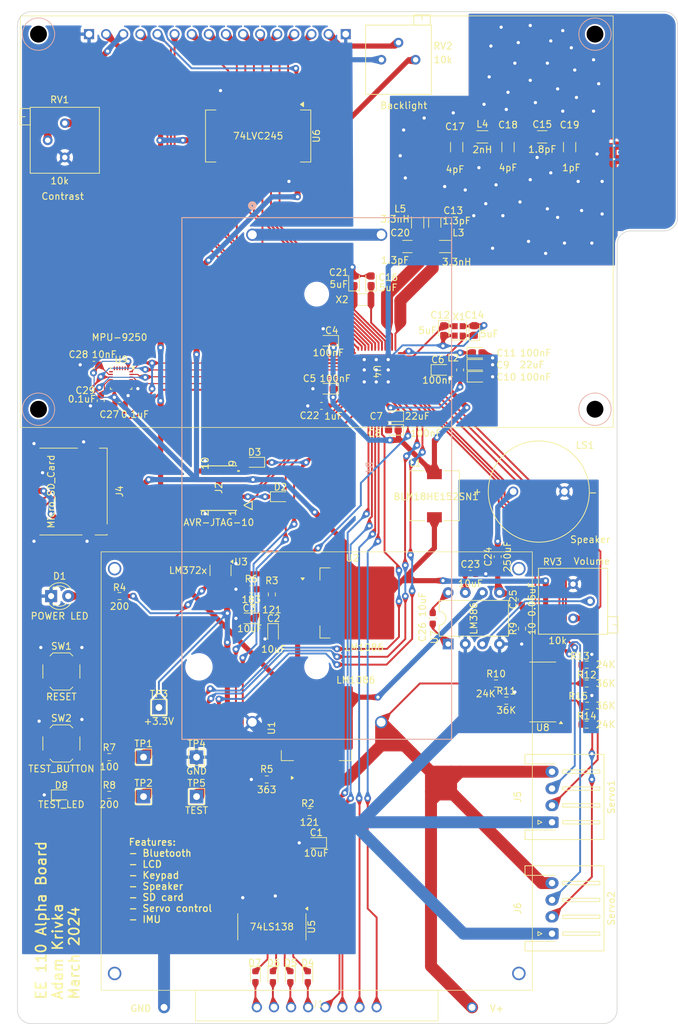
<source format=kicad_pcb>
(kicad_pcb (version 20240108) (generator "pcbnew") (generator_version "8.0")
  (title_block (title "EE110 Alpha Board PCB") (date "2024-02-27") (rev "0.1") (company "Adam Krivka"))
  (layers (0 "F.Cu" signal) (31 "B.Cu" signal) (35 "F.Paste" user) (36 "B.SilkS" user "B.Silkscreen") (37 "F.SilkS" user "F.Silkscreen") (38 "B.Mask" user) (39 "F.Mask" user) (44 "Edge.Cuts" user))
  (net 0 "")
  (net 1 "Net-(B1-Pad1)")
  (net 2 "GND")
  (net 3 "Net-(D4-K)")
  (net 4 "Net-(U4-VDDS)")
  (net 5 "Net-(D5-K)")
  (net 6 "Net-(D5-A)")
  (net 7 "Net-(D6-K)")
  (net 8 "Net-(D6-A)")
  (net 9 "Net-(J2-TCK)")
  (net 10 "Net-(U4-VDDR)")
  (net 11 "+3.3V")
  (net 12 "Net-(J2-TMS)")
  (net 13 "Net-(J2-~{SRST})")
  (net 15 "Net-(U4-X48M_P)")
  (net 16 "+5V")
  (net 17 "/RF_P")
  (net 18 "Net-(U4-X48M_N)")
  (net 19 "Net-(U4-X32K_Q1)")
  (net 20 "Net-(J5-Pad2)")
  (net 21 "Net-(D4-A)")
  (net 22 "/RF_N")
  (net 23 "Net-(U4-X32K_Q2)")
  (net 24 "Net-(U4-DCOUPL)")
  (net 25 "Net-(C24-Pad1)")
  (net 26 "/gpio/LCD_DATA0")
  (net 27 "/gpio/LCD_DATA1")
  (net 28 "/gpio/LCD_DATA2")
  (net 29 "/gpio/LCD_DATA3")
  (net 30 "/gpio/LCD_DATA4")
  (net 31 "/gpio/LCD_DATA5")
  (net 32 "/gpio/LCD_DATA6")
  (net 33 "/gpio/LCD_DATA7")
  (net 34 "Net-(C25-Pad2)")
  (net 35 "/gpio/LCD_E")
  (net 36 "/gpio/LCD_RW")
  (net 37 "/gpio/LCD_RS")
  (net 38 "/RF_ANT")
  (net 39 "/gpio/IMU_CS")
  (net 40 "Net-(C26-Pad1)")
  (net 41 "/gpio/KEYPAD_ROWA")
  (net 42 "/gpio/KEYPAD_ROWB")
  (net 43 "/gpio/KEYPAD_COL1")
  (net 44 "/gpio/KEYPAD_COL2")
  (net 45 "/gpio/KEYPAD_COL3")
  (net 46 "/gpio/KEYPAD_COL4")
  (net 47 "/gpio/SERVO1_PWM")
  (net 48 "Net-(C26-Pad2)")
  (net 49 "/gpio/SERVO2_PWM")
  (net 50 "/gpio/VBAT_READ")
  (net 51 "/gpio/SERVO1_POS")
  (net 52 "/gpio/SERVO2_POS")
  (net 53 "Net-(D1-A)")
  (net 54 "Net-(D2-K)")
  (net 55 "Net-(D3-A)")
  (net 56 "Net-(D7-K)")
  (net 59 "Net-(J6-Pad2)")
  (net 60 "Net-(U4-DCDC_SW)")
  (net 61 "Net-(U1-GND)")
  (net 62 "Net-(U2-GND)")
  (net 63 "Net-(U3-MR)")
  (net 64 "Net-(D7-A)")
  (net 65 "/gpio/SD_CS")
  (net 66 "/gpio/SPI_MOSI")
  (net 67 "/gpio/SPI_SCLK")
  (net 68 "/gpio/SPI_MISO")
  (net 69 "/gpio/SPKR")
  (net 70 "/gpio/TEST")
  (net 71 "Net-(LS1-1)")
  (net 72 "Net-(DS1-V0)")
  (net 73 "Net-(DS1-DB0)")
  (net 74 "Net-(DS1-DB1)")
  (net 75 "Net-(DS1-DB2)")
  (net 76 "Net-(DS1-DB3)")
  (net 77 "Net-(DS1-DB4)")
  (net 78 "Net-(DS1-DB5)")
  (net 79 "Net-(DS1-DB6)")
  (net 80 "Net-(DS1-DB7)")
  (net 81 "/RF_MATCH1")
  (net 82 "/RF_MATCH2")
  (net 83 "+VBAT")
  (net 84 "Net-(D8-A)")
  (net 85 "/gpio/TEST_BUTTON")
  (net 86 "/gpio/TEST_LED")
  (net 87 "Net-(DS1-PadA)")
  (net 88 "Net-(U7-BYPASS)")
  (net 89 "Net-(U9-REGOUT)")
  (net 90 "Net-(R7-Pad1)")
  (net 91 "Net-(U8C-+)")
  (net 92 "Net-(U8B-+)")
  (net 93 "Net-(U8A-+)")
  (net 94 "Net-(U7-+)")
  (footprint "My_Footprint:EE110_Antenna" (layer "F.Cu") (at 130.156 53.244 -90)
    (property "Reference" "AE1" (hide yes))
    (property "Value" "Antenna_Chip" (hide yes))
  )
  (footprint "Package_SO:SOIC-14_3.9x8.7mm_P1.27mm" (layer "F.Cu") (at 119.9655 133.8455 180)
    (property "Reference" "U8")
    (property "Value" "LM2902")
  )
  (footprint "Capacitor_SMD:C_1206_3216Metric" (layer "F.Cu") (at 107.188 53.086 -90)
    (property "Reference" "C17")
    (property "Value" "4pF")
  )
  (footprint "Resistor_SMD:R_0603_1608Metric" (layer "F.Cu") (at 113.03 132.588)
    (property "Reference" "R10")
    (property "Value" "24K")
  )
  (footprint "Resistor_SMD:R_0603_1608Metric" (layer "F.Cu") (at 126.555 135.89)
    (property "Reference" "R15")
    (property "Value" "36K")
  )
  (footprint "Capacitor_Tantalum_SMD:CP_EIA-1608-08_AVX-J" (layer "F.Cu") (at 86.36 156.21 180)
    (property "Reference" "C1")
    (property "Value" "10uF")
  )
  (footprint "Capacitor_SMD:C_0603_1608Metric" (layer "F.Cu") (at 53.34 85.344 180)
    (property "Reference" "C28")
    (property "Value" "10nF")
  )
  (footprint "Capacitor_Tantalum_SMD:CP_EIA-1608-08_AVX-J" (layer "F.Cu") (at 105.2625 80.2865 -90)
    (property "Reference" "C12")
    (property "Value" "5uF")
  )
  (footprint "Capacitor_SMD:C_0603_1608Metric" (layer "F.Cu") (at 109.22 116.345)
    (property "Reference" "C23")
    (property "Value" "10uF")
  )
  (footprint "Sensor_Motion:InvenSense_QFN-24_3x3mm_P0.4mm" (layer "F.Cu") (at 57.38 87.376 -90)
    (property "Reference" "U9")
    (property "Value" "MPU-9250")
  )
  (footprint "Package_SO:SOIC-20W_7.5x15.4mm_P1.27mm" (layer "F.Cu") (at 77.724 51.435 -90)
    (property "Reference" "U6")
    (property "Value" "74LVC245")
    (property "VALUE" "74LVC245" (hide yes))
  )
  (footprint "Capacitor_Tantalum_SMD:CP_EIA-1608-08_AVX-J" (layer "F.Cu") (at 76.409 122.936 180)
    (property "Reference" "C3")
    (property "Value" "10uF")
  )
  (footprint "Capacitor_SMD:C_1206_3216Metric" (layer "F.Cu") (at 114.808 53.086 -90)
    (property "Reference" "C18")
    (property "Value" "4pF")
  )
  (footprint "Capacitor_Tantalum_SMD:CP_EIA-1608-08_AVX-J" (layer "F.Cu") (at 91.948 72.898 90)
    (property "Reference" "C21")
    (property "Value" "5uF")
  )
  (footprint "Diode_SMD:D_0603_1608Metric" (layer "F.Cu") (at 77.32 176.0475 -90)
    (property "Reference" "D7")
    (property "Value" "D_Small_Filled" (hide yes))
  )
  (footprint "Capacitor_SMD:C_1206_3216Metric" (layer "F.Cu") (at 123.952 53.086 -90)
    (property "Reference" "C19")
    (property "Value" "1pF")
  )
  (footprint "My_Footprint:SPKR_CVS-1508" (layer "F.Cu") (at 119.38 104.14)
    (property "Reference" "LS1")
    (property "Value" "Speaker")
  )
  (footprint "Capacitor_SMD:C_0603_1608Metric" (layer "F.Cu") (at 57.15 91.44)
    (property "Reference" "C27")
    (property "Value" "0.1uF")
  )
  (footprint "LED_THT:LED_D3.0mm" (layer "F.Cu") (at 46.99 119.634)
    (property "Reference" "D1")
    (property "Value" "POWER LED")
  )
  (footprint "Capacitor_Tantalum_SMD:CP_EIA-1608-08_AVX-J" (layer "F.Cu") (at 110.236 85.344)
    (property "Reference" "C9")
    (property "Value" "22uF")
  )
  (footprint "My_Footprint:4x4_Keypad" (layer "F.Cu") (at 86.42 145.57)
    (property "Reference" "J3" (hide yes))
    (property "Value" "~" (hide yes))
  )
  (footprint "Capacitor_SMD:C_1206_3216Metric" (layer "F.Cu") (at 119.888 51.562)
    (property "Reference" "C15")
    (property "Value" "1.8pF")
  )
  (footprint "Potentiometer_THT:Potentiometer_Bourns_3296P_Horizontal" (layer "F.Cu") (at 101.092 40.132 -90)
    (property "Reference" "RV2")
    (property "Value" "10k")
  )
  (footprint "Capacitor_Tantalum_SMD:CP_EIA-1608-08_AVX-J" (layer "F.Cu") (at 88.138 81.788 180)
    (property "Reference" "C4")
    (property "Value" "100nF")
  )
  (footprint "My_Footprint:CON10_2X5_DUK_FTSH_SAI" (layer "F.Cu") (at 71.882 103.632 90)
    (property "Reference" "J2")
    (property "Value" "AVR-JTAG-10")
  )
  (footprint "Crystal:Crystal_SMD_2016-4Pin_2.0x1.6mm" (layer "F.Cu") (at 107.484 80.326 90)
    (property "Reference" "X1")
    (property "Value" "48MHz" (hide yes))
  )
  (footprint "Inductor_SMD:L_1206_3216Metric" (layer "F.Cu") (at 101.397 64.261 90)
    (property "Reference" "L5")
    (property "Value" "3.3nH")
  )
  (footprint "Inductor_SMD:L_0603_1608Metric" (layer "F.Cu") (at 107.696 86.106 90)
    (property "Reference" "L2")
    (property "Value" "6.8uH" (hide yes))
  )
  (footprint "Potentiometer_THT:Potentiometer_Bourns_3296P_Horizontal" (layer "F.Cu") (at 124.46 122.936 180)
    (property "Reference" "RV3")
    (property "Value" "10k")
  )
  (footprint "Connector_JST:JST_XH_S4B-XH-A-1_1x04_P2.50mm_Horizontal" (layer "F.Cu") (at 121.34 169.672 90)
    (property "Reference" "J6")
    (property "Value" "Servo2")
  )
  (footprint "Inductor_SMD:L_1206_3216Metric" (layer "F.Cu") (at 110.998 51.562)
    (property "Reference" "L4")
    (property "Value" "2nH")
  )
  (footprint "Potentiometer_THT:Potentiometer_Bourns_3296P_Horizontal" (layer "F.Cu") (at 49.022 49.53)
    (property "Reference" "RV1")
    (property "Value" "10k")
  )
  (footprint "Package_TO_SOT_SMD:TO-263-3_TabPin2" (layer "F.Cu") (at 91.718 120.65)
    (property "Reference" "U2")
    (property "Value" "LM1086")
  )
  (footprint "Button_Switch_SMD:SW_SPST_TL3342" (layer "F.Cu") (at 48.514 141.478)
    (property "Reference" "SW2")
    (property "Value" "TEST_BUTTON")
  )
  (footprint "Capacitor_SMD:C_0603_1608Metric" (layer "F.Cu") (at 113.284 113.792 90)
    (property "Reference" "C24")
    (property "Value" "250uF")
  )
  (footprint "Capacitor_Tantalum_SMD:CP_EIA-1608-08_AVX-J" (layer "F.Cu") (at 110.236 83.566)
    (property "Reference" "C11")
    (property "Value" "100nF")
  )
  (footprint "Capacitor_Tantalum_SMD:CP_EIA-1608-08_AVX-J" (layer "F.Cu") (at 79.938 125.222 -90)
    (property "Reference" "C2")
    (property "Value" "10uF")
  )
  (footprint "Package_DIP:DIP-8_W7.62mm" (layer "F.Cu") (at 105.928 126.736 90)
    (property "Reference" "U7")
    (property "Value" "LM386")
  )
  (footprint "Diode_SMD:D_0603_1608Metric" (layer "F.Cu") (at 79.91 176.0475 -90)
    (property "Reference" "D6")
    (property "Value" "D_Small_Filled" (hide yes))
  )
  (footprint "Inductor_SMD:L_1206_3216Metric" (layer "F.Cu") (at 105.461 67.817 180)
    (property "Reference" "L3")
    (property "Value" "3.3nH")
  )
  (footprint "Resistor_SMD:R_0603_1608Metric" (layer "F.Cu") (at 126.492 132.588 180)
    (property "Reference" "R12")
    (property "Value" "24K")
  )
  (footprint "Diode_SMD:D_0603_1608Metric" (layer "F.Cu") (at 85.09 176.0475 -90)
    (property "Reference" "D4")
    (property "Value" "D_Small_Filled" (hide yes))
  )
  (footprint "TestPoint:TestPoint_THTPad_2.0x2.0mm_Drill1.0mm" (layer "F.Cu") (at 60.706 143.51)
    (property "Reference" "TP1")
    (property "Value" "TEST_BUTTON" (hide yes))
  )
  (footprint "TestPoint:TestPoint_THTPad_2.0x2.0mm_Drill1.0mm" (layer "F.Cu") (at 60.706 149.352)
    (property "Reference" "TP2")
    (property "Value" "TEST_LED" (hide yes))
  )
  (footprint "Connector_JST:JST_XH_S4B-XH-A-1_1x04_P2.50mm_Horizontal" (layer "F.Cu") (at 121.34 153.162 90)
    (property "Reference" "J5")
    (property "Value" "Servo1")
  )
  (footprint "TestPoint:TestPoint_THTPad_2.0x2.0mm_Drill1.0mm" (layer "F.Cu") (at 68.58 149.352)
    (property "Reference" "TP5")
    (property "Value" "TEST")
  )
  (footprint "Resistor_SMD:R_0603_1608Metric" (layer "F.Cu") (at 79.756 119.38 90)
    (property "Reference" "R3")
    (property "Value" "121")
  )
  (footprint "Button_Switch_SMD:SW_SPST_TL3342" (layer "F.Cu") (at 48.514 130.81)
    (property "Reference" "SW1")
    (property "Value" "RESET")
  )
  (footprint "Diode_SMD:D_0603_1608Metric" (layer "F.Cu") (at 81.026 104.902)
    (property "Reference" "D2")
    (property "Value" "D_Small_Filled" (hide yes))
  )
  (footprint "Resistor_SMD:R_0603_1608Metric" (layer "F.Cu") (at 85.344 151.638 180)
    (property "Reference" "R2")
    (property "Value" "121")
  )
  (footprint "My_Footprint:WINSTAR-WH1604A" (layer "F.Cu") (at 86.42 64.135)
    (property "Reference" "DS1" (hide yes))
    (property "Value" "LCD-20X4B" (hide yes))
  )
  (footprint "Diode_SMD:D_0603_1608Metric" (layer "F.Cu") (at 82.5 176.0475 -90)
    (property "Reference" "D5")
    (property "Value" "D_Small_Filled" (hide yes))
  )
  (footprint "Capacitor_SMD:C_0603_1608Metric" (layer "F.Cu") (at 54.356 90.678 -90)
    (property "Reference" "C29")
    (property "Value" "0.1uF")
  )
  (footprint "Capacitor_Tantalum_SMD:CP_EIA-1608-08_AVX-J" (layer "F.Cu") (at 97.79 94.996 180)
    (property "Reference" "C8")
    (property "Value" "100nF")
  )
  (footprint "Capacitor_Tantalum_SMD:CP_EIA-1608-08_AVX-J" (layer "F.Cu") (at 94.488 72.898 90)
    (property "Reference" "C16")
    (property "Value" "5uF")
  )
  (footprint "TestPoint:TestPoint_THTPad_2.0x2.0mm_Drill1.0mm" (layer "F.Cu") (at 68.58 143.51)
    (property "Reference" "TP4")
    (property "Value" "GND")
  )
  (footprint "Resistor_SMD:R_0603_1608Metric" (layer "F.Cu") (at 126.492 129.794)
    (property "Reference" "R13")
    (property "Value" "36K")
  )
  (footprint "Capacitor_SMD:C_0603_1608Metric" (layer "F.Cu") (at 116.84 120.142 -90)
    (property "Reference" "C25")
    (property "Value" "0.05uF")
  )
  (footprint "TestPoint:TestPoint_THTPad_2.0x2.0mm_Drill1.0mm" (layer "F.Cu") (at 62.992 136.144)
    (property "Reference" "TP3")
    (property "Value" "+3.3V")
  )
  (footprint "My_Footprint:RGZ0048A_NV" (layer "F.Cu") (at 95.348001 86.36 -90)
    (property "Reference" "U4")
    (property "Value" "CC2652R1FRGZR")
  )
  (footprint "Resistor_SMD:R_0603_1608Metric" (layer "F.Cu") (at 76.708 118.618 180)
    (property "Reference" "R6")
    (property "Value" "183")
  )
  (footprint "Resistor_SMD:R_0603_1608Metric" (layer "F.Cu") (at 57.15 119.634 180)
    (property "Reference" "R4")
    (property "Value" "200")
  )
  (footprint "Crystal:Crystal_SMD_3215-2Pin_3.2x1.5mm" (layer "F.Cu") (at 93.218 75.692 180)
    (property "Reference" "X2")
    (property "Value" "32.768KHz" (hide yes))
  )
  (footprint "Capacitor_Tantalum_SMD:CP_EIA-1608-08_AVX-J" (layer "F.Cu") (at 88.138 88.9 180)
    (property "Reference" "C5")
    (property "Value" "100nF")
  )
  (footprint "Capacitor_SMD:C_0603_1608Metric" (layer "F.Cu") (at 87.122 91.44 180)
    (property "Reference" "C22")
    (property "Value" "1uF")
  )
  (footprint "Package_SO:SOIC-16_3.9x9.9mm_P1.27mm" (layer "F.Cu") (at 79.756 168.656 -90)
    (property "Reference" "U5")
    (property "Value" "74LS138")
  )
  (footprint "LED_SMD:LED_0603_1608Metric" (layer "F.Cu") (at 48.514 149.098)
    (property "Reference" "D8")
    (property "Value" "TEST_LED")
  )
  (footprint "Resistor_SMD:R_0603_1608Metric" (layer "F.Cu") (at 55.626 143.51)
    (property "Reference" "R7")
    (property "Value" "100")
  )
  (footprint "Capacitor_SMD:C_0603_1608Metric" (layer "F.Cu") (at 103.632 122.936 90)
    (property "Reference" "C26")
    (property "Value" "10uF")
  )
  (footprint "Resistor_SMD:R_0603_1608Metric" (layer "F.Cu") (at 114.554 135.128)
    (property "Reference" "R11")
    (property "Value" "36K")
  )
  (footprint "Resistor_SMD:R_0603_1608Metric" (layer "F.Cu") (at 55.626 149.098)
    (property "Reference" "R8")
    (property "Value" "200")
  )
  (footprint "Resistor_SMD:R_0603_1608Metric" (layer "F.Cu") (at 116.89 124.46 -90)
    (property "Reference" "R9")
    (property "Value" "10")
  )
  (footprint "Capacitor_SMD:C_1206_3216Metric" (layer "F.Cu") (at 99.873 67.817 180)
    (property "Reference" "C20")
    (property "Value" "1.3pF")
  )
  (footprint "Capacitor_Tantalum_SMD:CP_EIA-1608-08_AVX-J" (layer "F.Cu") (at 109.812 80.264 90)
    (property "Reference" "C14")
    (property "Value" "5uF")
  )
  (footprint "Capacitor_Tantalum_SMD:CP_EIA-1608-08_AVX-J" (layer "F.Cu") (at 97.79 92.964 180)
    (property "Reference" "C7")
    (property "Value" "22uF")
  )
  (footprint "Capacitor_Tantalum_SMD:CP_EIA-1608-08_AVX-J" (layer "F.Cu") (at 110.2585 87.122)
    (property "Reference" "C10")
    (property "Value" "100nF")
  )
  (footprint "Capacitor_Tantalum_SMD:CP_EIA-1608-08_AVX-J" (layer "F.Cu") (at 104.902 86.106)
    (property "Reference" "C6")
    (property "Value" "100nF")
  )
  (footprint "Diode_SMD:D_0603_1608Metric" (layer "F.Cu") (at 77.196 99.802 180)
    (property "Reference" "D3")
    (property "Value" "D_Small_Filled" (hide yes))
  )
  (footprint "Connector_Card:microSD_HC_Hirose_DM3D-SF" (layer "F.Cu") (at 49.53 104.14 -90)
    (property "Reference" "J4")
    (property "Value" "Micro_SD_Card")
  )
  (footprint "Package_TO_SOT_SMD:TO-263-3_TabPin2" (layer "F.Cu") (at 86.36 139.192 90)
    (property "Reference" "U1")
    (property "Value" "LM1086")
  )
  (footprint "Resistor_SMD:R_0603_1608Metric" (layer "F.Cu") (at 78.994 146.812 180)
    (property "Reference" "R5")
    (property "Value" "363")
  )
  (footprint "Capacitor_SMD:C_1206_3216Metric" (layer "F.Cu") (at 103.937 64.261 90)
    (property "Reference" "C13")
    (property "Value" "1.3pF")
  )
  (footprint "My_Footprint:My_Power_Connector" (layer "F.Cu") (at 86.614 180.594)
    (property "Reference" "J1")
    (property "Value" "power")
  )
  (footprint "Resistor_SMD:R_0603_1608Metric" (layer "F.Cu") (at 126.492 138.684 180)
    (property "Reference" "R14")
    (property "Value" "24K")
  )
  (footprint "Inductor_SMD:L_7.3x7.3_H3.5" (layer "F.Cu") (at 103.886 104.75 90)
    (property "Reference" "L1")
    (property "Value" "BLM18HE152SN1")
  )
  (footprint "Package_TO_SOT_SMD:SOT-23-5" (layer "F.Cu") (at 72.136 115.824 -90)
    (property "Reference" "U3")
    (property "Value" "LM372x")
  )
  (footprint "My_Footprint:1049P_KEY" (layer "B.Cu") (at 76.8569 66.0654 -90)
    (property "Reference" "B1")
    (property "Value" "1049P")
  )
  (gr_poly (pts (xy 109.474 87.122) (xy 109.474 83.566) (xy 107.696 85.344)) (stroke (width 0.2)) (fill solid) (layer "F.Cu") (net 10))
  (gr_line (start 44.032 183) (end 128.968 183) (stroke (width 0.1)) (layer "Edge.Cuts"))
  (gr_line (start 133.032 65.5) (end 137.968 65.5) (stroke (width 0.1)) (layer "Edge.Cuts"))
  (gr_arc (start 140 63.468) (mid 139.404841 64.904841) (end 137.968 65.5) (stroke (width 0.1)) (layer "Edge.Cuts"))
  (gr_line (start 42 35.032) (end 42 180.968) (stroke (width 0.1)) (layer "Edge.Cuts"))
  (gr_arc (start 44.032 183) (mid 42.595159 182.404841) (end 42 180.968) (stroke (width 0.1)) (layer "Edge.Cuts"))
  (gr_arc (start 131 180.968) (mid 130.404841 182.404841) (end 128.968 183) (stroke (width 0.1)) (layer "Edge.Cuts"))
  (gr_arc (start 42 35.032) (mid 42.595159 33.595159) (end 44.032 33) (stroke (width 0.1)) (layer "Edge.Cuts"))
  (gr_arc (start 131 67.532) (mid 131.595159 66.095159) (end 133.032 65.5) (stroke (width 0.1)) (layer "Edge.Cuts"))
  (gr_line (start 140 63.468) (end 140 35.032) (stroke (width 0.1)) (layer "Edge.Cuts"))
  (gr_line (start 137.968 33) (end 44.032 33) (stroke (width 0.1)) (layer "Edge.Cuts"))
  (gr_line (start 131 180.968) (end 131 67.532) (stroke (width 0.1)) (layer "Edge.Cuts"))
  (gr_arc (start 137.968 33) (mid 139.404841 33.595159) (end 140 35.032) (stroke (width 0.1)) (layer "Edge.Cuts"))
  (gr_text "Contrast" (at 45.466 60.96 0) (layer "F.SilkS") (effects (font (size 1 1)) (justify left bottom)))
  (gr_text "V+\n" (at 112.014 181.356 0) (layer "F.SilkS") (effects (font (size 1 1)) (justify left bottom)))
  (gr_text "Features:\n- Bluetooth\n- LCD\n- Keypad\n- Speaker\n- SD card\n- Servo control\n- IMU" (at 58.42 168.148 0) (layer "F.SilkS") (effects (font (size 1.016 1.016) (thickness 0.1778) (bold yes)) (justify left bottom)))
  (gr_text "Volume" (at 124.46 115.062 0) (layer "F.SilkS") (effects (font (size 1 1)) (justify left bottom)))
  (gr_text "Backlight" (at 95.758 47.498 0) (layer "F.SilkS") (effects (font (size 1 1)) (justify left bottom)))
  (gr_text "EE 110 Alpha Board\nAdam Krivka\nMarch 2024" (at 51.308 179.578 90) (layer "F.SilkS") (effects (font (size 1.524 1.524) (thickness 0.254) (bold yes)) (justify left bottom)))
  (gr_text "GND" (at 58.674 181.356 0) (layer "F.SilkS") (effects (font (size 1 1)) (justify left bottom)))
  (segment (start 76.8569 66.0654) (end 95.9831 66.0654) (width 1.778) (layer "B.Cu") (net 1))
  (segment (start 78.74 125.984) (end 79.8885 125.984) (width 0.2794) (layer "F.Cu") (net 2))
  (segment (start 51.664 139.578) (end 51.664 138.024) (width 0.2794) (layer "F.Cu") (net 2))
  (segment (start 87.4255 81.788) (end 87.4255 80.0595) (width 0.2794) (layer "F.Cu") (net 2))
  (segment (start 75.883 118.618) (end 74.422 118.618) (width 0.2794) (layer "F.Cu") (net 2))
  (segment (start 44.305 98.415) (end 44.305 97.173) (width 0.2794) (layer "F.Cu") (net 2))
  (segment (start 127.38 134.492) (end 127.254 134.366) (width 0.2794) (layer "F.Cu") (net 2))
  (segment (start 45.251 101.815) (end 45.72 101.346) (width 0.2794) (layer "F.Cu") (net 2))
  (segment (start 52.555 111.275) (end 52.324 111.506) (width 0.2794) (layer "F.Cu") (net 2))
  (segment (start 130.556 56.134) (end 129.794 56.134) (width 0.762) (layer "F.Cu") (net 2))
  (segment (start 44.305 109.765) (end 44.305 111.361) (width 0.2794) (layer "F.Cu") (net 2))
  (segment (start 75.311 164.465) (end 75.438 164.338) (width 0.762) (layer "F.Cu") (net 2))
  (segment (start 110.9485 85.344) (end 112.522 85.344) (width 0.2794) (layer "F.Cu") (net 2))
  (segment (start 51.905 98.165) (end 51.905 96.863) (width 0.2794) (layer "F.Cu") (net 2))
  (segment (start 87.4255 80.0595) (end 87.376 80.01) (width 0.2794) (layer "F.Cu") (net 2))
  (segment (start 108.034 79.626) (end 109.7375 79.626) (width 0.2794) (layer "F.Cu") (net 2))
  (segment (start 74.3005 114.6865) (end 74.422 114.808) (width 0.2794) (layer "F.Cu") (net 2))
  (segment (start 54.98 109.715) (end 52.955 109.715) (width 0.2794) (layer "F.Cu") (net 2))
  (segment (start 58.88 87.976) (end 59.217704 87.976) (width 0.1524) (layer "F.Cu") (net 2))
  (segment (start 116.89 126.696) (end 116.84 126.746) (width 0.2794) (layer "F.Cu") (net 2))
  (segment (start 105.6145 86.8185) (end 106.172 87.376) (width 0.2794) (layer "F.Cu") (net 2))
  (segment (start 44.305 111.361) (end 44.45 111.506) (width 0.2794) (layer "F.Cu") (net 2))
  (segment (start 105.2895 81.026) (end 105.2625 80.999) (width 0.2794) (layer "F.Cu") (net 2))
  (segment (start 45.364 138.328) (end 45.212 138.176) (width 0.2794) (layer "F.Cu") (net 2))
  (segment (start 54.356 91.453) (end 52.845 91.453) (width 0.1524) (layer "F.Cu") (net 2))
  (segment (start 69.85 101.092) (end 69.85 99.568) (width 0.2794) (layer "F.Cu") (net 2))
  (segment (start 72.136 114.6865) (end 73.086 114.6865) (width 0.2794) (layer "F.Cu") (net 2))
  (segment (start 94.488 72.1855) (end 91.948 72.1855) (width 0.2794) (layer "F.Cu") (net 2))
  (segment (start 97.282 93.98) (end 97.0775 93.7755) (width 0.2794) (layer "F.Cu") (net 2))
  (segment (start 97.0775 94.1845) (end 97.0775 94.996) (width 0.2794) (layer "F.Cu") (net 2))
  (segment (start 85.6475 156.21) (end 83.82 156.21) (width 0.762) (layer "F.Cu") (net 2))
  (segment (start 110.971 87.122) (end 112.522 87.122) (width 0.2794) (layer "F.Cu") (net 2))
  (segment (start 82.169 58.039) (end 82.296 58.166) (width 0.2794) (layer "F.Cu") (net 2))
  (segment (start 91.694 71.12) (end 91.694 70.866) (width 0.2794) (layer "F.Cu") (net 2))
  (segment (start 44.18 101.815) (end 45.251 101.815) (width 0.2794) (layer "F.Cu") (net 2))
  (segment (start 130.546 52.864) (end 130.546 55.118) (width 0.762) (layer "F.Cu") (net 2))
  (segment (start 117.4905 133.8455) (end 115.8365 133.8455) (width 0.2794) (layer "F.Cu") (net 2))
  (segment (start 44.305 97.173) (end 44.45 97.028) (width 0.2794) (layer "F.Cu") (net 2))
  (segment (start 105.156 81.1055) (end 105.2625 80.999) (width 0.2794) (layer "F.Cu") (net 2))
  (segment (start 75.311 166.181) (end 75.311 164.465) (width 0.762) (layer "F.Cu") (net 2))
  (segment (start 127.317 129.794) (end 127.317 128.333) (width 0.2794) (layer "F.Cu") (net 2))
  (segment (start 91.948 71.374) (end 91.694 71.12) (width 0.2794) (layer "F.Cu") (net 2))
  (segment (start 115.379 134.303) (end 115.824 133.858) (width 0.2794) (layer "F.Cu") (net 2))
  (segment (start 130.556 54.864) (end 130.556 56.134) (width 0.762) (layer "F.Cu") (net 2))
  (segment (start 53.405 98.49) (end 52.23 98.49) (width 0.2794) (layer "F.Cu") (net 2))
  (segment (start 57.925 90.411) (end 58.42 89.916) (width 0.1524) (layer "F.Cu") (net 2))
  (segment (start 127.38 135.89) (end 127.38 134.492) (width 0.2794) (layer "F.Cu") (net 2))
  (segment (start 129.826 52.864) (end 130.546 52.864) (width 0.762) (layer "F.Cu") (net 2))
  (segment (start 72.009 46.81) (end 72.009 44.831) (width 0.2794) (layer "F.Cu") (net 2))
  (segment (start 109.812 79.5515) (end 111.2025 79.5515) (width 0.2794) (layer "F.Cu") (net 2))
  (segment (start 105.156 82.55) (end 105.156 81.1055) (width 0.2794) (layer "F.Cu") (net 2))
  (segment (start 58.38 88.876) (end 58.38 89.876) (width 0.1524) (layer "F.Cu") (net 2))
  (segment (start 86.347 91.44) (end 85.09 91.44) (width 0.2794) (layer "F.Cu") (net 2))
  (segment (start 51.664 128.91) (end 51.664 127.356) (width 0.2794) (layer "F.Cu") (net 2))
  (segment (start 82.169 56.06) (end 82.169 58.039) (width 0.2794) (layer "F.Cu") (net 2))
  (segment (start 52.565 85.344) (end 51.308 85.344) (width 0.1524) (layer "F.Cu") (net 2))
  (segment (start 79.8885 125.984) (end 79.938 125.9345) (width 0.2794) (layer "F.Cu") (net 2))
  (segment (start 110.9485 83.566) (end 111.76 83.566) (width 0.2794) (layer "F.Cu") (net 2))
  (segment (start 80.391 166.181) (end 80.391 164.211) (width 0.762) (layer "F.Cu") (net 2))
  (segment (start 78.169 146.812) (end 76.708 146.812) (width 0.762) (layer "F.Cu") (net 2))
  (segment (start 106.934 81.026) (end 105.2895 81.026) (width 0.2794) (layer "F.Cu") (net 2))
  (segment (start 97.0775 93.7755) (end 97.0775 92.964) (width 0.2794) (layer "F.Cu") (net 2))
  (segment (start 109.7375 79.626) (end 109.812 79.5515) (width 0.2794) (layer "F.Cu") (net 2))
  (segment (start 109.995 116.345) (end 111.493 116.345) (width 0.2794) (layer "F.Cu") (net 2))
  (segment (start 97.282 93.98) (end 97.0775 94.1845) (width 0.2794) (layer "F.Cu") (net 2))
  (segment (start 51.905 96.863) (end 51.816 96.774) (width 0.2794) (layer "F.Cu") (net 2))
  (segment (start 87.4255 88.9) (end 85.852 88.9) (width 0.2794) (layer "F.Cu") (net 2))
  (segment (start 105.6145 86.106) (end 105.6145 86.8185) (width 0.2794) (layer "F.Cu") (net 2))
  (segment (start 47.7265 149.098) (end 45.974 149.098) (width 0.2794) (layer "F.Cu") (net 2))
  (segment (start 111.493 116.345) (end 111.506 116.332) (width 0.2794) (layer "F.Cu") (net 2))
  (segment (start 58.38 89.876) (end 58.42 89.916) (width 0.1524) (layer "F.Cu") (net 2))
  (segment (start 45.364 127.356) (end 45.466 127.254) (width 0.2794) (layer "F.Cu") (net 2))
  (segment (start 127.317 128.333) (end 127.254 128.27) (width 0.2794) (layer "F.Cu") (net 2))
  (segment (start 45.364 139.578) (end 45.364 138.328) (width 0.2794) (layer "F.Cu") (net 2))
  (segment (start 75.6965 122.936) (end 74.422 122.936) (width 0.2794) (layer "F.Cu") (net 2))
  (segment (start 45.364 128.91) (end 45.364 127.356) (width 0.2794) (layer "F.Cu") (net 2))
  (segment (start 51.664 127.356) (end 51.562 127.254) (width 0.2794) (layer "F.Cu") (net 2))
  (segment (start 115.379 135.128) (end 115.379 134.303) (width 0.2794) (layer "F.Cu") (net 2))
  (segment (start 116.89 125.285) (end 116.89 126.696) (width 0.2794) (layer "F.Cu") (net 2))
  (segment (start 81.661 166.181) (end 79.121 166.181) (width 0.762) (layer "F.Cu") (net 2))
  (segment (start 72.009 44.831) (end 72.136 44.704) (width 0.2794) (layer "F.Cu") (net 2))
  (segment (start 51.664 138.024) (end 51.562 137.922) (width 0.2794) (layer "F.Cu") (net 2))
  (segment (start 52.955 109.715) (end 52.555 110.115) (width 0.2794) (layer "F.Cu") (net 2))
  (segment (start 52.555 110.115) (end 52.555 111.275) (width 0.2794) (layer "F.Cu") (net 2))
  (segment (start 129.794 52.832) (end 129.826 52.864) (width 0.762) (layer "F.Cu") (net 2))
  (segment (start 111.76 83.566) (end 112.522 84.328) (width 0.2794) (layer "F.Cu") (net 2))
  (segment (start 111.2025 79.5515) (end 111.252 79.502) (width 0.2794) (layer "F.Cu") (net 2))
  (segment (start 57.925 91.44) (end 57.925 90.411) (width 0.1524) (layer "F.Cu") (net 2))
  (segment (start 115.8365 133.8455) (end 115.824 133.858) (width 0.2794) (layer "F.Cu") (net 2))
  (segment (start 59.217704 87.976) (end 59.86565 88.623946) (width 0.1524) (layer "F.Cu") (net 2))
  (segment (start 80.391 164.211) (end 80.264 164.084) (width 0.762) (layer "F.Cu") (net 2))
  (segment (start 69.85 106.172) (end 69.85 107.442) (width 0.2794) (layer "F.Cu") (net 2))
  (segment (start 52.23 98.49) (end 51.905 98.165) (width 0.2794) (layer "F.Cu") (net 2))
  (segment (start 73.086 114.6865) (end 74.3005 114.6865) (width 0.2794) (layer "F.Cu") (net 2))
  (segment (start 59.86565 88.623946) (end 59.86565 88.882373) (width 0.1524) (layer "F.Cu") (net 2))
  (segment (start 129.794 56.134) (end 129.794 52.832) (width 0.762) (layer "F.Cu") (net 2))
  (segment (start 91.948 72.1855) (end 91.948 71.374) (width 0.2794) (layer "F.Cu") (net 2))
  (segment (start 52.845 91.453) (end 52.832 91.44) (width 0.1524) (layer "F.Cu") (net 2))
  (via (at 122.174 63.5) (size 1.016) (drill 0.4826) (layers "F.Cu" "B.Cu") (net 2))
  (via (at 52.832 91.44) (size 1.016) (drill 0.4826) (layers "F.Cu" "B.Cu") (net 2))
  (via (at 52.324 111.506) (size 1.016) (drill 0.4826) (layers "F.Cu" "B.Cu") (net 2))
  (via (at 99.314 50.546) (size 1.016) (drill 0.4826) (layers "F.Cu" "B.Cu") (net 2))
  (via (at 127.254 128.27) (size 1.016) (drill 0.4826) (layers "F.Cu" "B.Cu") (net 2))
  (via (at 105.156 82.55) (size 1.016) (drill 0.4826) (layers "F.Cu" "B.Cu") (net 2))
  (via (at 115.824 40.64) (size 1.016) (drill 0.4826) (layers "F.Cu" "B.Cu") (net 2))
  (via (at 97.028 84.582) (size 1.016) (drill 0.4826) (layers "F.Cu" "B.Cu") (net 2))
  (via (at 123.19 67.31) (size 1.016) (drill 0.4826) (layers "F.Cu" "B.Cu") (net 2))
  (via (at 112.522 85.344) (size 1.016) (drill 0.4826) (layers "F.Cu" "B.Cu") (net 2))
  (via (at 116.332 37.592) (size 1.016) (drill 0.4826) (layers "F.Cu" "B.Cu") (net 2))
  (via (at 74.422 118.618) (size 1.016) (drill 0.4826) (layers "F.Cu" "B.Cu") (net 2))
  (via (at 76.708 146.812) (size 1.016) (drill 0.4826) (layers "F.Cu" "B.Cu") (net 2))
  (via (at 120.65 40.64) (size 1.016) (drill 0.4826) (layers "F.Cu" "B.Cu") (net 2))
  (via (at 45.212 138.176) (size 1.016) (drill 0.4826) (layers "F.Cu" "B.Cu") (net 2))
  (via (at 109.728 63.246) (size 1.016) (drill 0.4826) (layers "F.Cu" "B.Cu") (net 2))
  (via (at 111.252 46.736) (size 1.016) (drill 0.4826) (layers "F.Cu" "B.Cu") (net 2))
  (via (at 127.254 67.31) (size 1.016) (drill 0.4826) (layers "F.Cu" "B.Cu") (net 2))
  (via (at 74.422 122.936) (size 1.016) (drill 0.4826) (layers "F.Cu" "B.Cu") (net 2))
  (via (at 85.852 88.9) (size 1.016) (drill 0.4826) (layers "F.Cu" "B.Cu") (net 2))
  (via (at 95.25 86.106) (size 1.016) (drill 0.4826) (layers "F.Cu" "B.Cu") (net 2))
  (via (at 91.694 70.866) (size 1.016) (drill 0.4826) (layers "F.Cu" "B.Cu") (net 2))
  (via (at 80.264 164.084) (size 1.016) (drill 0.4826) (layers "F.Cu" "B.Cu") (net 2))
  (via (at 124.714 41.656) (size 1.016) (drill 0.4826) (layers "F.Cu" "B.Cu") (net 2))
  (via (at 128.778 58.166) (size 1.016) (drill 0.4826) (layers "F.Cu" "B.Cu") (net 2))
  (via (at 114.046 63.246) (size 1.016) (drill 0.4826) (layers "F.Cu" "B.Cu") (net 2))
  (via (at 97.028 87.884) (size 1.016) (drill 0.4826) (layers "F.Cu" "B.Cu") (net 2))
  (via (at 82.296 58.166) (size 1.016) (drill 0.4826) (layers "F.Cu" "B.Cu") (net 2))
  (via (at 97.282 93.98) (size 1.016) (drill 0.4826) (layers "F.Cu" "B.Cu") (net 2))
  (via (at 116.586 61.214) (size 1.016) (drill 0.4826) (layers "F.Cu" "B.Cu") (net 2))
  (via (at 128.778 62.992) (size 1.016) (drill 0.4826) (layers "F.Cu" "B.Cu") (net 2))
  (via (at 113.792 35.306) (size 1.016) (drill 0.4826) (layers "F.Cu" "B.Cu") (net 2))
  (via (at 115.824 133.858) (size 1.016) (drill 0.4826) (layers "F.Cu" "B.Cu") (net 2))
  (via (at 114.554 47.498) (size 1.016) (drill 0.4826) (layers "F.Cu" "B.Cu") (net 2))
  (via (at 114.808 44.958) (size 1.016) (drill 0.4826) (layers "F.Cu" "B.Cu") (net 2))
  (via (at 122.174 44.45) (size 1.016) (drill 0.4826) (layers "F.Cu" "B.Cu") (net 2))
  (via (at 112.522 84.328) (size 1.016) (drill 0.4826) (layers "F.Cu" "B.Cu") (net 2))
  (via (at 110.49 56.134) (size 1.016) (drill 0.4826) (layers "F.Cu" "B.Cu") (net 2))
  (via (at 95.25 87.884) (size 1.016) (drill 0.4826) (layers "F.Cu" "B.Cu") (net 2))
  (via (at 44.45 111.506) (size 1.016) (drill 0.4826) (layers "F.Cu" "B.Cu") (net 2))
  (via (at 95.25 84.582) (size 1.016) (drill 0.4826) (layers "F.Cu" "B.Cu") (net 2))
  (via (at 44.45 97.028) (size 1.016) (drill 0.4826) (layers "F.Cu" "B.Cu") (net 2))
  (via (at 116.84 126.746) (size 1.016) (drill 0.4826) (layers "F.Cu" "B.Cu") (net 2))
  (via (at 87.376 80.01) (size 1.016) (drill 0.4826) (layers "F.Cu" "B.Cu") (net 2))
  (via (at 51.562 127.254) (size 1.016) (drill 0.4826) (layers "F.Cu" "B.Cu") (net 2))
  (via (at 78.74 125.984) (size 1.016) (drill 0.4826) (layers "F.Cu" "B.Cu") (net 2))
  (via (at 69.85 99.568) (size 1.016) (drill 0.4826) (layers "F.Cu" "B.Cu") (net 2))
  (via (at 121.158 56.896) (size 1.016) (drill 0.4826) (layers "F.Cu" "B.Cu") (net 2))
  (via (at 128.016 54.102) (size 1.016) (drill 0.4826) (layers "F.Cu" "B.Cu") (net 2))
  (via (at 122.936 47.752) (size 1.016) (drill 0.4826) (layers "F.Cu" "B.Cu") (net 2))
  (via (at 74.422 114.808) (size 1.016) (drill 0.4826) (layers "F.Cu" "B.Cu") (net 2))
  (via (at 106.172 87.376) (size 1.016) (drill 0.4826) (layers "F.Cu" "B.Cu") (net 2))
  (via (at 124.968 45.72) (size 1.016) (drill 0.4826) (layers "F.Cu" "B.Cu") (net 2))
  (via (at 106.68 48.006) (size 1.016) (drill 0.4826) (layers "F.Cu" "B.Cu") (net 2))
  (via (at 112.268 38.1) (size 1.016) (drill 0.4826) (layers "F.Cu" "B.Cu") (net 2))
  (via (at 127.508 40.132) (size 1.016) (drill 0.4826) (layers "F.Cu" "B.Cu") (net 2))
  (via (at 93.472 84.582) (size 1.016) (drill 0.4826) (layers "F.Cu" "B.Cu") (net 2))
  (via (at 75.438 164.338) (size 1.016) (drill 0.4826) (layers "F.Cu" "B.Cu") (net 2))
  (via (at 118.11 35.052) (size 1.016) (drill 0.4826) (layers "F.Cu" "B.Cu") (net 2))
  (via (at 85.09 91.44) (size 1.016) (drill 0.4826) (layers "F.Cu" "B.Cu") (net 2))
  (via (at 93.472 86.106) (size 1.016) (drill 0.4826) (layers "F.Cu" "B.Cu") (net 2))
  (via (at 45.974 149.098) (size 1.016) (drill 0.4826) (layers "F.Cu" "B.Cu") (net 2))
  (via (at 111.252 79.502) (size 1.016) (drill 0.4826) (layers "F.Cu" "B.Cu") (net 2))
  (via (at 93.472 87.884) (size 1.016) (drill 0.4826) (layers "F.Cu" "B.Cu") (net 2))
  (via (at 127.254 134.366) (size 1.016) (drill 0.4826) (layers "F.Cu" "B.Cu") (net 2))
  (via (at 120.396 68.834) (size 1.016) (drill 0.4826) (layers "F.Cu" "B.Cu") (net 2))
  (via (at 102.362 48.768) (size 1.016) (drill 0.4826) (layers "F.Cu" "B.Cu") (net 2))
  (via (at 112.014 42.672) (size 1.016) (drill 0.4826) (layers "F.Cu" "B.Cu") (net 2))
  (via (at 125.222 58.166) (size 1.016) (drill 0.4826) (layers "F.Cu" "B.Cu") (net 2))
  (via (at 99.568 57.658) (size 1.016) (drill 0.4826) (layers "F.Cu" "B.Cu") (net 2))
  (via (at 118.872 46.482) (size 1.016) (drill 0.4826) (layers "F.Cu" "B.Cu") (net 2))
  (via (at 72.136 44.704) (size 1.016) (drill 0.4826) (layers "F.Cu" "B.Cu") (net 2))
  (via (at 108.458 59.436) (size 1.016) (drill 0.4826) (layers "F.Cu" "B.Cu") (net 2))
  (via (at 128.27 43.688) (size 1.016) (drill 0.4826) (layers "F.Cu" "B.Cu") (net 2))
  (via (at 45.466 127.254) (size 1.016) (drill 0.4826) (layers "F.Cu" "B.Cu") (net 2))
  (via (at 124.206 38.354) (size 1.016) (drill 0.4826) (layers "F.Cu" "B.Cu") (net 2))
  (via (at 122.936 35.814) (size 1.016) (drill 0.4826) (layers "F.Cu" "B.Cu") (net 2))
  (via (at 125.73 62.484) (size 1.016) (drill 0.4826) (layers "F.Cu" "B.Cu") (net 2))
  (via (at 105.41 58.928) (size 1.016) (drill 0.4826) (layers "F.Cu" "B.Cu") (net 2))
  (via (at 117.856 67.056) (size 1.016) (drill 0.4826) (layers "F.Cu" "B.Cu") (net 2))
  (via (at 97.028 86.106) (size 1.016) (drill 0.4826) (layers "F.Cu" "B.Cu") (net 2))
  (via (at 111.506 116.332) (size 1.016) (drill 0.4826) (layers "F.Cu" "B.Cu") (net 2))
  (via (at 51.816 96.774) (size 1.016) (drill 0.4826) (layers "F.Cu" "B.Cu") (net 2))
  (via (at 127.508 47.752) (size 1.016) (drill 0.4826) (layers "F.Cu" "B.Cu") (net 2))
  (via (at 58.42 89.916) (size 1.016) (drill 0.4826) (layers "F.Cu" "B.Cu") (net 2))
  (via (at 121.158 37.338) (size 1.016) (drill 0.4826) (layers "F.Cu" "B.Cu") (net 2))
  (via (at 119.126 54.61) (size 1.016) (drill 0.4826) (layers "F.Cu" "B.Cu") (net 2))
  (via (at 111.506 61.468) (size 1.016) (drill 0.4826) (layers "F.Cu" "B.Cu") (net 2))
  (via (at 118.11 57.912) (size 1.016) (drill 0.4826) (layers "F.Cu" "B.Cu") (net 2))
  (via (at 45.72 101.346) (size 1.016) (drill 0.4826) (layers "F.Cu" "B.Cu") (net 2))
  (via (at 112.522 68.072) (size 1.016) (drill 0.4826) (layers "F.Cu" "B.Cu") (net 2))
  (via (at 51.562 137.922) (size 1.016) (drill 0.4826) (layers "F.Cu" "B.Cu") (net 2))
  (via (at 59.86565 88.882373) (size 1.016) (drill 0.4826) (layers "F.Cu" "B.Cu") (net 2))
  (via (at 83.82 156.21) (size 1.016) (drill 0.4826) (layers "F.Cu" "B.Cu") (net 2))
  (via (at 120.65 62.23) (size 1.016) (drill 0.4826) (layers "F.Cu" "B.Cu") (net 2))
  (via (at 51.308 85.344) (size 1.016) (drill 0.4826) (layers "F.Cu" "B.Cu") (net 2))
  (via (at 113.03 58.674) (size 1.016) (drill 0.4826) (layers "F.Cu" "B.Cu") (net 2))
  (via (at 118.11 43.18) (size 1.016) (drill 0.4826) (layers "F.Cu" "B.Cu") (net 2))
  (via (at 112.522 87.122) (size 1.016) (drill 0.4826) (layers "F.Cu" "B.Cu") (net 2))
  (via (at 98.806 54.356) (size 1.016) (drill 0.4826) (layers "F.Cu" "B.Cu") (net 2))
  (via (at 69.85 107.442) (size 1.016) (drill 0.4826) (layers "F.Cu" "B.Cu") (net 2))
  (segment (start 121.34 153.162) (end 92.964 153.162) (width 1.778) (layer "B.Cu") (net 2))
  (segment (start 92.964 153.162) (end 91.6905 153.162) (width 1.778) (layer "B.Cu") (net 2))
  (segment (start 92.964 153.162) (end 108.204 137.922) (width 1.778) (layer "B.Cu") (net 2))
  (segment (start 91.6905 153.162) (end 76.8569 138.3284) (width 1.778) (layer "B.Cu") (net 2))
  (segment (start 97.028 84.582) (end 97.028 70.866) (width 0.762) (layer "B.Cu") (net 2))
  (segment (start 111.252 79.502) (end 108.204 82.55) (width 0.2794) (layer "B.Cu") (net 2))
  (segment (start 46.99 119.634) (end 44.704 119.634) (width 0.2794) (layer "B.Cu") (net 2))
  (segment (start 97.028 70.866) (end 97.79 70.104) (width 0.762) (layer "B.Cu") (net 2))
  (segment (start 121.34 169.672) (end 108.2005 169.672) (width 1.778) (layer "B.Cu") (net 2))
  (segment (start 96.012 40.132) (end 91.186 40.132) (width 0.762) (layer "B.Cu") (net 2))
  (segment (start 105.068199 82.462199) (end 99.147801 82.462199) (width 0.2794) (layer "B.Cu") (net 2))
  (segment (start 108.204 82.55) (end 105.156 82.55) (width 0.2794) (layer "B.Cu") (net 2))
  (segment (start 63.754 180.594) (end 63.754 171.704) (width 1.778) (layer "B.Cu") (net 2))
  (segment (start 108.2005 169.672) (end 91.6905 153.162) (width 1.778) (layer "B.Cu") (net 2))
  (segment (start 99.147801 82.462199) (end 97.028 84.582) (width 0.2794) (layer "B.Cu") (net 2))
  (segment (start 105.156 82.55) (end 105.068199 82.462199) (width 0.2794) (layer "B.Cu") (net 2))
  (segment (start 115.824 133.858) (end 117.094 133.858) (width 0.2794) (layer "B.Cu") (net 2))
  (segment (start 82.931 171.131) (end 82.931 173.101) (width 0.2794) (layer "F.Cu") (net 3))
  (segment (start 82.931 173.101) (end 85.09 175.26) (width 0.2794) (layer "F.Cu") (net 3))
  (segment (start 103.693499 85.609999) (end 104.1895 86.106) (width 0.2794) (layer "F.Cu") (net 4))
  (segment (start 97.098003 90.311875) (end 98.5025 91.716372) (width 0.2794) (layer "F.Cu") (net 4))
  (segment (start 97.282 96.52) (end 98.298 96.52) (width 0.762) (layer "F.Cu") (net 4))
  (segment (start 98.5475 93.009) (end 98.5025 92.964) (width 0.762) (layer "F.Cu") (net 4))
  (segment (start 98.748002 85.609999) (end 103.693499 85.609999) (width 0.2794) (layer "F.Cu") (net 4))
  (segment (start 103.886 101.55) (end 99.212 96.876) (width 0.762) (layer "F.Cu") (net 4))
  (segment (start 90.678 88.9) (end 88.8505 88.9) (width 0.2794) (layer "F.Cu") (net 4))
  (segment (start 98.298 96.52) (end 98.856 96.52) (width 0.762) (layer "F.Cu") (net 4))
  (segment (start 91.468001 88.109999) (end 90.678 88.9) (width 0.2794) (layer "F.Cu") (net 4))
  (segment (start 88.842243 88.908257) (end 88.8505 88.9) (width 0.762) (layer "F.Cu") (net 4))
  (segment (start 91.948 83.058) (end 90.678 81.788) (width 0.2794) (layer "F.Cu") (net 4))
  (segment (start 98.856 96.52) (end 99.212 96.876) (width 0.762) (layer "F.Cu") (net 4))
  (segment (start 88.9 81.8375) (end 88.8505 81.788) (width 0.762) (layer "F.Cu") (net 4))
  (segment (start 88.9 82.804) (end 88.9 81.8375) (width 0.762) (layer "F.Cu") (net 4))
  (segment (start 97.098003 89.760001) (end 97.098003 90.311875) (width 0.2794) (layer "F.Cu") (net 4))
  (segment (start 104.267 96.139) (end 103.886 96.52) (width 0.762) (layer "F.Cu") (net 4))
  (segment (start 91.948 88.109999) (end 91.468001 88.109999) (width 0.2794) (layer "F.Cu") (net 4))
  (segment (start 104.1895 87.1715) (end 104.1895 86.106) (width 0.762) (layer "F.Cu") (net 4))
  (segment (start 98.5025 91.716372) (end 98.5025 92.964) (width 0.2794) (layer "F.Cu") (net 4))
  (segment (start 99.212 96.876) (end 98.577 96.241) (width 0.762) (layer "F.Cu") (net 4))
  (segment (start 103.886 96.52) (end 103.886 101.55) (width 0.762) (layer "F.Cu") (net 4))
  (segment (start 108.712 91.694) (end 104.1895 87.1715) (width 0.762) (layer "F.Cu") (net 4))
  (segment (start 98.298 96.52) (end 98.577 96.241) (width 0.762) (layer "F.Cu") (net 4))
  (segment (start 98.577 96.241) (end 98.5475 96.2115) (width 0.762) (layer "F.Cu") (net 4))
  (segment (start 91.948 83.61) (end 91.948 83.058) (width 0.2794) (layer "F.Cu") (net 4))
  (segment (start 88.842243 90.17) (end 88.842243 88.908257) (width 0.762) (layer "F.Cu") (net 4))
  (segment (start 90.678 81.788) (end 88.8505 81.788) (width 0.2794) (layer "F.Cu") (net 4))
  (segment (start 98.5475 96.2115) (end 98.5475 93.009) (width 0.762) (layer "F.Cu") (net 4))
  (via (at 104.267 96.139) (size 1.016) (drill 0.4826) (layers "F.Cu" "B.Cu") (net 4))
  (via (at 88.9 82.804) (size 1.016) (drill 0.4826) (layers "F.Cu" "B.Cu") (net 4))
  (via (at 97.282 96.52) (size 1.016) (drill 0.4826) (layers "F.Cu" "B.Cu") (net 4))
  (via (at 108.712 91.694) (size 1.016) (drill 0.4826) (layers "F.Cu" "B.Cu") (net 4))
  (via (at 88.842243 90.17) (size 1.016) (drill 0.4826) (layers "F.Cu" "B.Cu") (net 4))
  (segment (start 88.842243 82.861757) (end 88.842243 90.17) (width 0.762) (layer "B.Cu") (net 4))
  (segment (start 104.267 96.139) (end 108.712 91.694) (width 0.762) (layer "B.Cu") (net 4))
  (segment (start 97.282 96.52) (end 94.234 96.52) (width 0.762) (layer "B.Cu") (net 4))
  (segment (start 94.234 96.52) (end 88.842243 91.128243) (width 0.762) (layer "B.Cu") (net 4))
  (segment (start 88.842243 91.128243) (end 88.842243 90.17) (width 0.762) (layer "B.Cu") (net 4))
  (segment (start 88.9 82.804) (end 88.842243 82.861757) (width 0.762) (layer "B.Cu") (net 4))
  (segment (start 81.661 174.421) (end 82.5 175.26) (width 0.2794) (layer "F.Cu") (net 5))
  (segment (start 81.661 171.131) (end 81.661 174.421) (width 0.2794) (layer "F.Cu") (net 5))
  (segment (start 82.5 176.835) (end 82.5 180.46) (width 0.2794) (layer "F.Cu") (net 6))
  (segment (start 82.5 180.46) (end 82.61 180.57) (width 0.2794) (layer "F.Cu") (net 6))
  (segment (start 80.391 171.131) (end 80.391 174.779) (width 0.2794) (layer "F.Cu") (net 7))
  (segment (start 80.391 174.779) (end 79.91 175.26) (width 0.2794) (layer "F.Cu") (net 7))
  (segment (start 79.91 176.835) (end 79.91 180.41) (width 0.2794) (layer "F.Cu") (net 8))
  (segment (start 79.91 180.41) (end 80.07 180.57) (width 0.2794) (layer "F.Cu") (net 8))
  (segment (start 77.648858 104.0638) (end 91.952657 89.760001) (width 0.2794) (layer "F.Cu") (net 9))
  (segment (start 91.952657 89.760001) (end 92.598001 89.760001) (width 0.2794) (layer "F.Cu") (net 9))
  (segment (start 77.648858 104.584655) (end 77.648858 104.0638) (width 0.2794) (layer "F.Cu") (net 9))
  (segment (start 73.914 106.172) (end 76.061513 106.172) (width 0.2794) (layer "F.Cu") (net 9))
  (segment (start 76.061513 106.172) (end 77.648858 104.584655) (width 0.2794) (layer "F.Cu") (net 9))
  (segment (start 98.748002 83.61) (end 99.775899 83.61) (width 0.2794) (layer "F.Cu") (net 10))
  (segment (start 107.696 83.566) (end 109.5235 83.566) (width 0.2794) (layer "F.Cu") (net 10))
  (segment (start 107.4875 85.11) (end 107.696 85.3185) (width 0.2794) (layer "F.Cu") (net 10))
  (segment (start 99.775899 83.61) (end 100.076 83.309899) (width 0.2794) (layer "F.Cu") (net 10))
  (segment (start 98.748002 85.11) (end 107.4875 85.11) (width 0.2794) (layer "F.Cu") (net 10))
  (via (at 100.076 83.309899) (size 1.016) (drill 0.4826) (layers "F.Cu" "B.Cu") (net 10))
  (via (at 107.696 83.566) (size 1.016) (drill 0.4826) (layers "F.Cu" "B.Cu") (net 10))
  (segment (start 100.332101 83.566) (end 107.696 83.566) (width 0.2794) (layer "B.Cu") (net 10))
  (segment (start 100.076 83.309899) (end 100.332101 83.566) (width 0.2794) (layer "B.Cu") (net 10))
  (segment (start 73.086 116.9615) (end 73.086 122.108) (width 0.762) (layer "F.Cu") (net 11))
  (segment (start 100.838 117.348) (end 100.457 116.967) (width 0.762) (layer "F.Cu") (net 11))
  (segment (start 84.068 120.65) (end 80.201 120.65) (width 0.2794) (layer "F.Cu") (net 11))
  (segment (start 122.4405 133.8455) (end 121.465501 133.8455) (width 0.762) (layer "F.Cu") (net 11))
  (segment (start 73.914 102.362) (end 72.244 102.362) (width 0.762) (layer "F.Cu") (net 11))
  (segment (start 100.457 116.967) (end 99.949 116.459) (width 0.762) (layer "F.Cu") (net 11))
  (segment (start 80.201 120.65) (end 79.756 120.205) (width 0.2794) (layer "F.Cu") (net 11))
  (segment (start 77.851 166.923946) (end 79.583054 168.656) (width 0.762) (layer "F.Cu") (net 11))
  (segment (start 99.949 116.459) (end 100.33 116.078) (width 0.762) (layer "F.Cu") (net 11))
  (segment (start 100.838 117.348) (end 99.06 117.348) (width 0.762) (layer "F.Cu") (net 11))
  (segment (start 90.793 111.875) (end 90.793 117.875) (width 0.762) (layer "F.Cu") (net 11))
  (segment (start 79.583054 168.656) (end 82.55 168.656) (width 0.762) (layer "F.Cu") (net 11))
  (segment (start 68.58 71.628) (end 70.358 69.85) (width 0.762) (layer "F.Cu") (net 11))
  (segment (start 61.468 102.362) (end 55.734 108.096) (width 0.762) (layer "F.Cu") (net 11))
  (segment (start 79.756 120.3015) (end 77.1215 122.936) (width 0.2794) (layer "F.Cu") (net 11))
  (segment (start 73.7155 116.332) (end 73.086 116.9615) (width 0.762) (layer "F.Cu") (net 11))
  (segment (start 120.396 132.775999) (end 120.396 117.348) (width 0.762) (layer "F.Cu") (net 11))
  (segment (start 56.38 90.17) (end 56.38 91.419) (width 0.1524) (layer "F.Cu") (net 11))
  (segment (start 47.644 108.096) (end 46.99 107.442) (width 0.762) (layer "F.Cu") (net 11))
  (segment (start 68.58 83.82) (end 68.58 71.628) (width 0.762) (layer "F.Cu") (net 11))
  (segment (start 55.88 86.776) (end 55.542296 86.776) (width 0.1524) (layer "F.Cu") (net 11))
  (segment (start 99.06 117.348) (end 99.949 116.459) (width 0.762) (layer "F.Cu") (net 11))
  (segment (start 55.542296 86.776) (end 54.115 85.348704) (width 0.1524) (layer "F.Cu") (net 11))
  (segment (start 90.793 117.875) (end 89.25 116.332) (width 0.762) (layer "F.Cu") (net 11))
  (segment (start 73.086 122.108) (end 73.152 122.174) (width 0.762) (layer "F.Cu") (net 11))
  (segment (start 73.152 158.496) (end 77.851 163.195) (width 0.762) (layer "F.Cu") (net 11))
  (segment (start 86.106 107.188) (end 90.793 111.875) (width 0.762) (layer "F.Cu") (net 11))
  (segment (start 55.734 108.096) (end 47.644 108.096) (width 0.762) (layer "F.Cu") (net 11))
  (segment (start 54.115 85.348704) (end 54.115 85.344) (width 0.1524) (layer "F.Cu") (net 11))
  (segment (start 83.566 60.452) (end 83.566 56.187) (width 0.762) (layer "F.Cu") (net 11))
  (segment (start 103.886 112.522) (end 103.886 107.95) (width 0.762) (layer "F.Cu") (net 11))
  (segment (start 71.828 104.594) (end 71.52 104.902) (width 0.762) (layer "F.Cu") (net 11))
  (segment (start 100.33 116.078) (end 100.33 116.84) (width 0.762) (layer "F.Cu") (net 11))
  (segment (start 57.975 119.634) (end 59.182 119.634) (width 0.2794) (layer "F.Cu") (net 11))
  (segment (start 58.42 85.836) (end 58.38 85.876) (width 0.1524) (layer "F.Cu") (net 11))
  (segment (start 82.55 168.656) (end 84.201 170.307) (width 0.762) (layer "F.Cu") (net 11))
  (segment (start 95.643 117.875) (end 98.533 117.875) (width 0.762) (layer "F.Cu") (net 11))
  (segment (start 89.25 116.332) (end 73.7155 116.332) (width 0.762) (layer "F.Cu") (net 11))
  (segment (start 71.828 102.778) (end 71.828 104.594) (width 0.762) (layer "F.Cu") (net 11))
  (segment (start 73.152 126.492) (end 73.152 158.496) (width 0.762) (layer "F.Cu") (net 11))
  (segment (start 56.38 88.876) (end 56.38 90.17) (width 0.1524) (layer "F.Cu") (net 11))
  (segment (start 121.465501 133.8455) (end 120.396 132.775999) (width 0.762) (layer "F.Cu") (net 11))
  (segment (start 54.115 85.344) (end 53.276318 86.182682) (width 0.1524) (layer "F.Cu") (net 11))
  (segment (start 45.882585 104.048585) (end 44.213585 104.048585) (width 0.762) (layer "F.Cu") (net 11))
  (segment (start 98.533 117.875) (end 99.06 117.348) (width 0.762) (layer "F.Cu") (net 11))
  (segment (start 44.213585 104.048585) (end 44.18 104.015) (width 0.762) (layer "F.Cu") (net 11))
  (segment (start 84.201 170.307) (end 84.201 171.131) (width 0.762) (layer "F.Cu") (net 11))
  (segment (start 83.566 56.187) (end 83.439 56.06) (width 0.762) (layer "F.Cu") (net 11))
  (segment (start 105.156 117.348) (end 100.838 117.348) (width 0.762) (layer "F.Cu") (net 11))
  (segment (start 100.33 116.078) (end 103.886 112.522) (width 0.762) (layer "F.Cu") (net 11))
  (segment (start 72.244 102.362) (end 71.828 102.778) (width 0.762) (layer "F.Cu") (net 11))
  (segment (start 53.276318 86.182682) (end 53.276318 86.562581) (width 0.1524) (layer "F.Cu") (net 11))
  (segment (start 77.851 166.181) (end 77.851 166.923946) (width 0.762) (layer "F.Cu") (net 11))
  (segment (start 100.33 116.84) (end 100.457 116.967) (width 0.762) (layer "F.Cu") (net 11))
  (segment (start 93.218 120.65) (end 84.068 120.65) (width 0.762) (layer "F.Cu") (net 11))
  (segment (start 77.851 163.195) (end 77.851 166.181) (width 0.762) (layer "F.Cu") (net 11))
  (segment (start 71.52 104.902) (end 69.85 104.902) (width 0.762) (layer "F.Cu") (net 11))
  (segment (start 79.756 120.205) (end 79.756 120.3015) (width 0.2794) (layer "F.Cu") (net 11))
  (segment (start 58.42 84.836) (end 58.42 85.836) (width 0.1524) (layer "F.Cu") (net 11))
  (segment (start 73.914 102.362) (end 76.962 102.362) (width 0.762) (layer "F.Cu") (net 11))
  (via (at 70.358 69.85) (size 1.016) (drill 0.4826) (layers "F.Cu" "B.Cu") (net 11))
  (via (at 53.276318 86.562581) (size 1.016) (drill 0.4826) (layers "F.Cu" "B.Cu") (net 11))
  (via (at 61.468 102.362) (size 1.016) (drill 0.4826) (layers "F.Cu" "B.Cu") (net 11))
  (via (at 120.396 117.348) (size 1.016) (drill 0.4826) (layers "F.Cu" "B.Cu") (net 11))
  (via (at 56.38 90.17) (size 1.016) (drill 0.4826) (layers "F.Cu" "B.Cu") (net 11))
  (via (at 86.106 107.188) (size 1.016) (drill 0.4826) (layers "F.Cu" "B.Cu") (net 11))
  (via (at 73.152 126.492) (size 1.016) (drill 0.4826) (layers "F.Cu" "B.Cu") (net 11))
  (via (at 83.566 60.452) (size 1.016) (drill 0.4826) (layers "F.Cu" "B.Cu") (net 11))
  (via (at 46.99 107.442) (size 1.016) (drill 0.4826) (layers "F.Cu" "B.Cu") (net 11))
  (via (at 58.42 84.836) (size 1.016) (drill 0.4826) (layers "F.Cu" "B.Cu") (net 11))
  (via (at 76.962 102.362) (size 1.016) (drill 0.4826) (layers "F.Cu" "B.Cu") (net 11))
  (via (at 68.58 83.82) (size 1.016) (drill 0.4826) (layers "F.Cu" "B.Cu") (net 11))
  (via (at 45.882585 104.048585) (size 1.016) (drill 0.4826) (layers "F.Cu" "B.Cu") (net 11))
  (via (at 59.182 119.634) (size 1.016) (drill 0.4826) (layers "F.Cu" "B.Cu") (net 11))
  (via (at 73.152 122.174) (size 1.016) (drill 0.4826) (layers "F.Cu" "B.Cu") (net 11))
  (via (at 105.156 117.348) (size 1.016) (drill 0.4826) (layers "F.Cu" "B.Cu") (net 11))
  (segment (start 56.38 90.17) (end 54.516973 90.17) (width 0.1524) (layer "B.Cu") (net 11))
  (segment (start 86.106 107.188) (end 81.28 102.362) (width 0.762) (layer "B.Cu") (net 11))
  (segment (start 79.756 60.452) (end 83.566 60.452) (width 0.762) (layer "B.Cu") (net 11))
  (segment (start 73.152 122.174) (end 62.992 132.334) (width 0.2794) (layer "B.Cu") (net 11))
  (segment (start 68.572 83.828) (end 68.58 83.82) (width 0.762) (layer "B.Cu") (net 11))
  (segment (start 68.572 102.362) (end 68.572 83.828) (width 0.762) (layer "B.Cu") (net 11))
  (segment (start 61.468 102.362) (end 68.572 102.362) (width 0.762) (layer "B.Cu") (net 11))
  (segment (start 61.722 122.174) (end 73.152 122.174) (width 0.2794) (layer "B.Cu") (net 11))
  (segment (start 120.396 117.348) (end 120.322147 117.421853) (width 0.762) (layer "B.Cu") (net 11))
  (segment (start 54.61 84.836) (end 58.42 84.836) (width 0.1524) (layer "B.Cu") (net 11))
  (segment (start 70.358 69.85) (end 79.756 60.452) (width 0.762) (layer "B.Cu") (net 11))
  (segment (start 73.152 122.174) (end 73.152 126.492) (width 0.762) (layer "B.Cu") (net 11))
  (segment (start 53.375557 86.070443) (end 54.61 84.836) (width 0.1524) (layer "B.Cu") (net 11))
  (segment (start 46.99 107.442) (end 46.99 105.156) (width 0.762) (layer "B.Cu") (net 11))
  (segment (start 76.962 102.362) (end 68.572 102.362) (width 0.762) (layer "B.Cu") (net 11))
  (segment (start 68.572 102.362) (end 56.38 90.17) (width 0.762) (layer "B.Cu") (net 11))
  (segment (start 54.516973 90.17) (end 53.375557 89.028584) (width 0.1524) (layer "B.Cu") (net 11))
  (segment (start 59.182 119.634) (end 61.722 122.174) (width 0.2794) (layer "B.Cu") (net 11))
  (segment (start 62.992 132.334) (end 62.992 136.144) (width 0.2794) (layer "B.Cu") (net 11))
  (segment (start 120.322147 117.421853) (end 105.229853 117.421853) (width 0.762) (layer "B.Cu") (net 11))
  (segment (start 81.28 102.362) (end 76.962 102.362) (width 0.762) (layer "B.Cu") (net 11))
  (segment (start 53.375557 89.028584) (end 53.375557 86.070443) (width 0.1524) (layer "B.Cu") (net 11))
  (segment (start 105.229853 117.421853) (end 105.156 117.348) (width 0.762) (layer "B.Cu") (net 11))
  (segment (start 46.99 105.156) (end 45.882585 104.048585) (width 0.762) (layer "B.Cu") (net 11))
  (segment (start 77.47 103.632) (end 91.948 89.154) (width 0.2794) (layer "F.Cu") (net 12))
  (segment (start 91.948 89.154) (end 91.948 89.11) (width 0.2794) (layer "F.Cu") (net 12))
  (segment (start 73.914 103.632) (end 77.47 103.632) (width 0.2794) (layer "F.Cu") (net 12))
  (segment (start 72.39 113.03) (end 71.186 114.234) (width 0.2794) (layer "F.Cu") (net 13))
  (segment (start 68.834 103.632) (end 68.1133 104.3527) (width 0.2794) (layer "F.Cu") (net 13))
  (segment (start 68.1133 104.3527) (end 68.1133 111.6138) (width 0.2794) (layer "F.Cu") (net 13))
  (segment (start 69.85 103.632) (end 68.834 103.632) (width 0.2794) (layer "F.Cu") (net 13))
  (segment (start 68.1133 111.6138) (end 71.186 114.6865) (width 0.2794) (layer "F.Cu") (net 13))
  (segment (start 99.949 92.583) (end 98.9343 91.5683) (width 0.2794) (layer "F.Cu") (net 13))
  (segment (start 86.106 113.03) (end 72.39 113.03) (width 0.2794) (layer "F.Cu") (net 13))
  (segment (start 98.9343 91.537514) (end 97.598002 90.201216) (width 0.2794) (layer "F.Cu") (net 13))
  (segment (start 71.186 114.234) (end 71.186 114.6865) (width 0.2794) (layer "F.Cu") (net 13))
  (segment (start 86.614 112.522) (end 86.106 113.03) (width 0.2794) (layer "F.Cu") (net 13))
  (segment (start 98.9343 91.5683) (end 98.9343 91.537514) (width 0.2794) (layer "F.Cu") (net 13))
  (segment (start 97.598002 90.201216) (end 97.598002 89.760001) (width 0.2794) (layer "F.Cu") (net 13))
  (segment (start 99.949 95.885) (end 99.949 92.583) (width 0.2794) (layer "F.Cu") (net 13))
  (via (at 99.949 95.885) (size 1.016) (drill 0.4826) (layers "F.Cu" "B.Cu") (net 13))
  (via (at 86.614 112.522) (size 1.016) (drill 0.4826) (layers "F.Cu" "B.Cu") (net 13))
  (segment (start 92.964 102.87) (end 92.964 106.172) (width 0.2794) (layer "B.Cu") (net 13))
  (segment (start 92.964 106.172) (end 86.614 112.522) (width 0.2794) (layer "B.Cu") (net 13))
  (segment (start 99.949 95.885) (end 92.964 102.87) (width 0.2794) (layer "B.Cu") (net 13))
  (segment (start 100.726501 84.109999) (end 105.2625 79.574) (width 0.2794) (layer "F.Cu") (net 15))
  (segment (start 106.882 79.574) (end 106.934 79.626) (width 0.2794) (layer "F.Cu") (net 15))
  (segment (start 105.2625 79.574) (end 106.882 79.574) (width 0.2794) (layer "F.Cu") (net 15))
  (segment (start 98.748002 84.109999) (end 100.726501 84.109999) (width 0.2794) (layer "F.Cu") (net 15))
  (segment (start 63.246 44.421) (end 55.16 36.335) (width 0.762) (layer "F.Cu") (net 16))
  (segment (start 84.068 123.19) (end 81.2575 123.19) (width 0.2794) (layer "F.Cu") (net 16))
  (segment (start 100.076 40.132) (end 88.138 52.07) (width 0.762) (layer "F.Cu") (net 16))
  (segment (start 63.246 56.896) (end 62.865 57.277) (width 0.762) (layer "F.Cu") (net 16))
  (segment (start 95.504 134.62) (end 89.782 134.62) (width 0.762) (layer "F.Cu") (net 16))
  (segment (start 86.36 146.842) (end 86.36 151.447) (width 0.762) (layer "F.Cu") (net 16))
  (segment (start 63.246 58.42) (end 63.246 56.896) (width 0.762) (layer "F.Cu") (net 16))
  (segment (start 89.782 134.62) (end 89.135 135.267) (width 0.762) (layer "F.Cu") (net 16))
  (segment (start 83.585 135.267) (end 83.585 123.673) (width 0.762) (layer "F.Cu") (net 16))
  (segment (start 62.484 57.658) (end 63.246 58.42) (width 0.762) (layer "F.Cu") (net 16))
  (segment (start 81.2575 123.19) (end 79.938 124.5095) (width 0.2794) (layer "F.Cu") (net 16))
  (segment (start 86.36 151.447) (end 86.169 151.638) (width 0.762) (layer "F.Cu") (net 16))
  (segment (start 63.246 56.896) (end 63.246 44.421) (width 0.762) (layer "F.Cu") (net 16))
  (segment (start 88.138 52.07) (end 66.548 52.07) (width 0.762) (layer "F.Cu") (net 16))
  (segment (start 86.36 146.842) (end 86.36 137.692) (width 0.762) (layer "F.Cu") (net 16))
  (segment (start 63.246 90.678) (end 63.246 114.578) (width 0.762) (layer "F.Cu") (net 16))
  (segment (start 62.103 57.277) (end 62.484 57.658) (width 0.762) (layer "F.Cu") (net 16))
  (segment (start 101.092 40.132) (end 100.076 40.132) (width 0.762) (layer "F.Cu") (net 16))
  (segment (start 83.585 123.673) (end 84.068 123.19) (width 0.762) (layer "F.Cu") (net 16))
  (segment (start 63.246 82.804) (end 63.246 58.42) (width 0.762) (layer "F.Cu") (net 16))
  (segment (start 62.865 57.277) (end 62.103 57.277) (width 0.762) (layer "F.Cu") (net 16))
  (segment (start 63.246 114.578) (end 86.36 137.692) (width 0.762) (layer "F.Cu") (net 16))
  (segment (start 54.356 49.53) (end 62.103 57.277) (width 0.762) (layer "F.Cu") (net 16))
  (segment (start 62.865 57.277) (end 62.484 57.658) (width 0.762) (layer "F.Cu") (net 16))
  (segment (start 49.022 49.53) (end 54.356 49.53) (width 0.762) (layer "F.Cu") (net 16))
  (via (at 95.504 134.62) (size 1.016) (drill 0.4826) (layers "F.Cu" "B.Cu") (net 16))
  (via (at 63.246 90.678) (size 1.016) (drill 0.4826) (layers "F.Cu" "B.Cu") (net 16))
  (via (at 66.548 52.07) (size 1.016) (drill 0.4826) (layers "F.Cu" "B.Cu") (net 16))
  (via (at 63.119 52.07) (size 1.016) (drill 0.4826) (layers "F.Cu" "B.Cu") (net 16))
  (via (at 63.246 82.804) (size 1.016) (drill 0.4826) (layers "F.Cu" "B.Cu") (net 16))
  (segment (start 66.548 52.07) (end 63.119 52.07) (width 0.762) (layer "B.Cu") (net 16))
  (segment (start 111.008 119.116) (end 95.504 134.62) (width 0.762) (layer "B.Cu") (net 16))
  (segment (start 63.246 90.678) (end 63.246 82.804) (width 0.762) (layer "B.Cu") (net 16))
  (segment (start 98.098001 82.959999) (end 98.098001 80.717999) (width 0.2794) (layer "F.Cu") (net 17))
  (segment (start 103.886 69.242001) (end 103.631 69.497001) (width 1.778) (layer "F.Cu") (net 17))
  (segment (start 98.826702 79.989298) (end 98.826702 78.994) (width 0.2794) (layer "F.Cu") (net 17))
  (segment (start 103.886 67.817) (end 103.886 65.787) (width 1.778) (layer "F.Cu") (net 17))
  (segment (start 103.886 65.787) (end 103.937 65.736) (width 1.778) (layer "F.Cu") (net 17))
  (segment (start 99.015007 75.647007) (end 98.826702 75.835312) (width 1.778) (layer "F.Cu") (net 17))
  (segment (start 103.886 67.817) (end 103.886 69.242001) (width 1.778) (layer "F.Cu") (net 17))
  (segment (start 103.631 69.497001) (end 103.631 71.031014) (width 1.778) (layer "F.Cu") (net 17))
  (segment (start 103.631 71.031014) (end 99.015007 75.647007) (width 1.778) (layer "F.Cu") (net 17))
  (segment (start 98.098001 80.717999) (end 98.826702 79.989298) (width 0.2794) (layer "F.Cu") (net 17))
  (segment (start 98.826702 75.835312) (end 98.826702 78.994) (width 1.778) (layer "F.Cu") (net 17))
  (segment (start 109.7625 81.026) (end 109.812 80.9765) (width 0.2794) (layer "F.Cu") (net 18))
  (segment (start 105.179402 84.609998) (end 108.034 81.7554) (width 0.2794) (layer "F.Cu") (net 18))
  (segment (start 108.034 81.7554) (end 108.034 81.026) (width 0.2794) (layer "F.Cu") (net 18))
  (segment (start 98.748002 84.609998) (end 105.179402 84.609998) (width 0.2794) (layer "F.Cu") (net 18))
  (segment (start 108.034 81.026) (end 109.7625 81.026) (width 0.2794) (layer "F.Cu") (net 18))
  (segment (start 97.098003 81.716654) (end 97.098003 82.959999) (width 0.2794) (layer "F.Cu") (net 19))
  (segment (start 94.488 75.712) (end 94.488 79.106651) (width 0.2794) (layer "F.Cu") (net 19))
  (segment (start 94.468 75.692) (end 94.468 73.6305) (width 0.2794) (layer "F.Cu") (net 19))
  (segment (start 94.468 73.6305) (end 94.488 73.6105) (width 0.2794) (layer "F.Cu") (net 19))
  (segment (start 94.488 79.106651) (end 97.098003 81.716654) (width 0.2794) (layer "F.Cu") (net 19))
  (segment (start 94.468 75.692) (end 94.488 75.712) (width 0.2794) (layer "F.Cu") (net 19))
  (segment (start 128.1197 143.8823) (end 128.1197 133.3907) (width 0.2794) (layer "F.Cu") (net 20))
  (segment (start 128.1197 133.3907) (end 127.317 132.588) (width 0.2794) (layer "F.Cu") (net 20))
  (segment (start 121.34 150.662) (end 128.1197 143.8823) (width 0.2794) (layer "F.Cu") (net 20))
  (segment (start 85.09 176.835) (end 85.09 180.51) (width 0.2794) (layer "F.Cu") (net 21))
  (segment (start 85.09 180.51) (end 85.15 180.57) (width 0.2794) (layer "F.Cu") (net 21))
  (segment (start 101.348 67.817) (end 101.348 65.885) (width 1.778) (layer "F.Cu") (net 22))
  (segment (start 101.348 67.817) (end 101.348 69.242001) (width 1.778) (layer "F.Cu") (net 22))
  (segment (start 97.598002 82.959999) (end 97.598002 80.834002) (width 0.2794) (layer "F.Cu") (net 22))
  (segment (start 101.348 65.885) (end 101.397 65.836) (width 1.778) (layer "F.Cu") (net 22))
  (segment (start 96.848702 74.945284) (end 101.603 70.190986) (width 1.778) (layer "F.Cu") (net 22))
  (segment (start 101.603 69.497001) (end 101.603 70.190986) (width 1.778) (layer "F.Cu") (net 22))
  (segment (start 97.598002 80.834002) (end 96.848702 80.084702) (width 0.2794) (layer "F.Cu") (net 22))
  (segment (start 101.348 69.242001) (end 101.603 69.497001) (width 1.778) (layer "F.Cu") (net 22))
  (segment (start 96.848702 80.084702) (end 96.848702 78.994) (width 0.2794) (layer "F.Cu") (net 22))
  (segment (start 96.848702 74.945284) (end 96.848702 78.994) (width 1.778) (layer "F.Cu") (net 22))
  (segment (start 91.948 77.177309) (end 96.598001 81.82731) (width 0.2794) (layer "F.Cu") (net 23))
  (segment (start 91.948 75.712) (end 91.948 77.177309) (width 0.2794) (layer "F.Cu") (net 23))
  (segment (start 91.968 75.692) (end 91.948 75.712) (width 0.2794) (layer "F.Cu") (net 23))
  (segment (start 96.598001 81.82731) (end 96.598001 82.959999) (width 0.2794) (layer "F.Cu") (net 23))
  (segment (start 91.968 75.692) (end 91.968 73.6305) (width 0.2794) (layer "F.Cu") (net 23))
  (segment (start 91.968 73.6305) (end 91.948 73.6105) (width 0.2794) (layer "F.Cu") (net 23))
  (segment (start 88.748658 91.44) (end 87.897 91.44) (width 0.2794) (layer "F.Cu") (net 24))
  (segment (start 91.948 88.610001) (end 91.578657 88.610001) (width 0.2794) (layer "F.Cu") (net 24))
  (segment (start 91.578657 88.610001) (end 88.748658 91.44) (width 0.2794) (layer "F.Cu") (net 24))
  (segment (start 116.84 119.367) (end 113.799 119.367) (width 0.2794) (layer "F.Cu") (net 25))
  (segment (start 113.284 118.852) (end 113.548 119.116) (width 0.762) (layer "F.Cu") (net 25))
  (segment (start 113.799 119.367) (end 113.548 119.116) (width 0.2794) (layer "F.Cu") (net 25))
  (segment (start 113.284 114.567) (end 113.284 118.852) (width 0.762) (layer "F.Cu") (net 25))
  (segment (start 90.1954 76.035367) (end 96.098002 81.937969) (width 0.2794) (layer "F.Cu") (net 26))
  (segment (start 96.098002 81.937969) (end 96.098002 82.959999) (width 0.2794) (layer "F.Cu") (net 26))
  (segment (start 90.1954 74.033488) (end 90.1954 76.035367) (width 0.2794) (layer "F.Cu") (net 26))
  (segment (start 80.899 56.06) (end 80.899 64.737086) (width 0.2794) (layer "F.Cu") (net 26))
  (segment (start 80.899 64.737086) (end 90.1954 74.033488) (width 0.2794) (layer "F.Cu") (net 26))
  (segment (start 89.7636 74.212345) (end 79.629 64.077744) (width 0.2794) (layer "F.Cu") (net 27))
  (segment (start 79.629 64.077744) (end 79.629 56.06) (width 0.2794) (layer "F.Cu") (net 27))
  (segment (start 89.7636 76.214225) (end 89.7636 74.212345) (width 0.2794) (layer "F.Cu") (net 27))
  (segment (start 95.598001 82.048626) (end 89.7636 76.214225) (width 0.2794) (layer "F.Cu") (net 27))
  (segment (start 95.598001 82.959999) (end 95.598001 82.048626) (width 0.2794) (layer "F.Cu") (net 27))
  (segment (start 95.098001 82.159284) (end 95.098001 82.959999) (width 0.2794) (layer "F.Cu") (net 28))
  (segment (start 78.359 56.06) (end 78.359 63.418402) (width 0.2794) (layer "F.Cu") (net 28))
  (segment (start 89.3318 76.393083) (end 95.098001 82.159284) (width 0.2794) (layer "F.Cu") (net 28))
  (segment (start 89.3318 74.391203) (end 89.3318 76.393083) (width 0.2794) (layer "F.Cu") (net 28))
  (segment (start 78.359 63.418402) (end 89.3318 74.391203) (width 0.2794) (layer "F.Cu") (net 28))
  (segment (start 88.9 74.57006) (end 77.089 62.75906) (width 0.2794) (layer "F.Cu") (net 29))
  (segment (start 77.089 62.75906) (end 77.089 56.06) (width 0.2794) (layer "F.Cu") (net 29))
  (segment (start 88.9 76.571941) (end 88.9 74.57006) (width 0.2794) (layer "F.Cu") (net 29))
  (segment (start 94.598003 82.269944) (end 88.9 76.571941) (width 0.2794) (layer "F.Cu") (net 29))
  (segment (start 94.598003 82.959999) (end 94.598003 82.269944) (width 0.2794) (layer "F.Cu") (net 29))
  (segment (start 94.098001 82.959999) (end 94.098001 82.3806) (width 0.2794) (layer "F.Cu") (net 30))
  (segment (start 78.360641 69.634381) (end 78.360641 64.641359) (width 0.2794) (layer "F.Cu") (net 30))
  (segment (start 88.577801 76.8604) (end 85.58666 76.8604) (width 0.2794) (layer "F.Cu") (net 30))
  (segment (start 94.098001 82.3806) (end 88.577801 76.8604) (width 0.2794) (layer "F.Cu") (net 30))
  (segment (start 75.819 62.099718) (end 75.819 56.06) (width 0.2794) (layer "F.Cu") (net 30))
  (segment (start 85.58666 76.8604) (end 78.360641 69.634381) (width 0.2794) (layer "F.Cu") (net 30))
  (segment (start 78.360641 64.641359) (end 75.819 62.099718) (width 0.2794) (layer "F.Cu") (net 30))
  (segment (start 93.627999 82.959999) (end 93.627999 82.521256) (width 0.2794) (layer "F.Cu") (net 31))
  (segment (start 88.398943 77.2922) (end 85.1662 77.2922) (width 0.2794) (layer "F.Cu") (net 31))
  (segment (start 93.627999 82.521256) (end 88.398943 77.2922) (width 0.2794) (layer "F.Cu") (net 31))
  (segment (start 85.1662 77.2922) (end 74.549 66.675) (width 0.2794) (layer "F.Cu") (net 31))
  (segment (start 74.549 66.675) (end 74.549 56.06) (width 0.2794) (layer "F.Cu") (net 31))
  (segment (start 93.598002 82.959999) (end 93.627999 82.959999) (width 0.2794) (layer "F.Cu") (net 31))
  (segment (start 93.098 82.959999) (end 93.098 82.601915) (width 0.2794) (layer "F.Cu") (net 32))
  (segment (start 93.098 82.601915) (end 88.220085 77.724) (width 0.2794) (layer "F.Cu") (net 32))
  (segment (start 73.279 66.167) (end 73.279 56.06) (width 0.2794) (layer "F.Cu") (net 32))
  (segment (start 88.220085 77.724) (end 84.836 77.724) (width 0.2794) (layer "F.Cu") (net 32))
  (segment (start 84.836 77.724) (end 73.279 66.167) (width 0.2794) (layer "F.Cu") (net 32))
  (segment (start 87.793802 78.1558) (end 84.657142 78.1558) (width 0.2794) (layer "F.Cu") (net 33))
  (segment (start 84.657142 78.1558) (end 72.009 65.507658) (width 0.2794) (layer "F.Cu") (net 33))
  (segment (start 72.009 65.507658) (end 72.009 56.06) (width 0.2794) (layer "F.Cu") (net 33))
  (segment (start 92.598001 82.959999) (end 87.793802 78.1558) (width 0.2794) (layer "F.Cu") (net 33))
  (segment (start 116.84 123.585) (end 116.89 123.635) (width 0.2794) (layer "F.Cu") (net 34))
  (segment (start 116.84 120.917) (end 116.84 123.585) (width 0.2794) (layer "F.Cu") (net 34))
  (segment (start 65.32 61.08589) (end 65.32 36.335) (width 0.2794) (layer "F.Cu") (net 35))
  (segment (start 88.344109 84.109999) (end 65.32 61.08589) (width 0.2794) (layer "F.Cu") (net 35))
  (segment (start 91.948 84.109999) (end 88.344109 84.109999) (width 0.2794) (layer "F.Cu") (net 35))
  (segment (start 83.439 41.529) (end 83.312 41.402) (width 0.2794) (layer "F.Cu") (net 36))
  (segment (start 64.77 38.325) (end 62.78 36.335) (width 0.2794) (layer "F.Cu") (net 36))
  (segment (start 91.948 84.609998) (end 88.233451 84.609998) (width 0.2794) (layer "F.Cu") (net 36))
  (segment (start 64.77 61.146547) (end 64.77 38.325) (width 0.2794) (layer "F.Cu") (net 36))
  (segment (start 88.233451 84.609998) (end 64.77 61.146547) (width 0.2794) (layer "F.Cu") (net 36))
  (segment (start 83.439 46.81) (end 83.439 41.529) (width 0.2794) (layer "F.Cu") (net 36))
  (via (at 83.312 41.402) (size 1.016) (drill 0.4826) (layers "F.Cu" "B.Cu") (net 36))
  (segment (start 67.847 41.402) (end 62.78 36.335) (width 0.2794) (layer "B.Cu") (net 36))
  (segment (start 83.312 41.402) (end 67.847 41.402) (width 0.2794) (layer "B.Cu") (net 36))
  (segment (start 64.262 61.873699) (end 87.498301 85.11) (width 0.2794) (layer "F.Cu") (net 37))
  (segment (start 64.262 40.357) (end 64.262 61.873699) (width 0.2794) (layer "F.Cu") (net 37))
  (segment (start 60.24 36.335) (end 64.262 40.357) (width 0.2794) (layer "F.Cu") (net 37))
  (segment (start 87.498301 85.11) (end 91.948 85.11) (width 0.2794) (layer "F.Cu") (net 37))
  (segment (start 123.952 51.611) (end 121.412 51.611) (width 1.778) (layer "F.Cu") (net 38))
  (segment (start 130.504 51.562) (end 128.016 51.562) (width 0.762) (layer "F.Cu") (net 38))
  (segment (start 130.516 51.574) (end 130.504 51.562) (width 0.762) (layer "F.Cu") (net 38))
  (segment (start 121.412 51.611) (end 121.363 51.562) (width 1.778) (layer "F.Cu") (net 38))
  (segment (start 123.952 51.611) (end 124.001 51.562) (width 1.778) (layer "F.Cu") (net 38))
  (segment (start 124.001 51.562) (end 128.016 51.562) (width 1.778) (layer "F.Cu") (net 38))
  (segment (start 90.519846 87.4268) (end 90.836648 87.109998) (width 0.1524) (layer "F.Cu") (net 39))
  (segment (start 83.312 88.138) (end 84.0232 87.4268) (width 0.1524) (layer "F.Cu") (net 39))
  (segment (start 59.150386 87.176) (end 60.112386 88.138) (width 0.1524) (layer "F.Cu") (net 39))
  (segment (start 90.836648 87.109998) (end 91.948 87.109998) (width 0.1524) (layer "F.Cu") (net 39))
  (segment (start 60.112386 88.138) (end 83.312 88.138) (width 0.1524) (layer "F.Cu") (net 39))
  (segment (start 84.0232 87.4268) (end 90.519846 87.4268) (width 0.1524) (layer "F.Cu") (net 39))
  (segment (start 58.88 87.176) (end 59.150386 87.176) (width 0.1524) (layer "F.Cu") (net 39))
  (segment (start 103.632 124.44) (end 103.632 123.711) (width 0.2794) (layer "F.Cu") (net 40))
  (segment (start 105.928 126.736) (end 103.632 124.44) (width 0.2794) (layer "F.Cu") (net 40))
  (segment (start 75.438 149.026829) (end 75.438 128.778) (width 0.2794) (layer "F.Cu") (net 41))
  (segment (start 84.201 157.789829) (end 75.438 149.026829) (width 0.2794) (layer "F.Cu") (net 41))
  (segment (start 81.8135 104.902) (end 81.8135 101.0665) (width 0.2794) (layer "F.Cu") (net 41))
  (segment (start 81.788 111.252) (end 81.8135 111.2265) (width 0.2794) (layer "F.Cu") (net 41))
  (segment (start 81.8135 111.2265) (end 81.8135 104.902) (width 0.2794) (layer "F.Cu") (net 41))
  (segment (start 81.8135 101.0665) (end 92.5279 90.3521) (width 0.2794) (layer "F.Cu") (net 41))
  (segment (start 93.010101 90.3521) (end 93.098 90.264201) (width 0.2794) (layer "F.Cu") (net 41))
  (segment (start 93.098 90.264201) (end 93.098 89.760001) (width 0.2794) (layer "F.Cu") (net 41))
  (segment (start 84.201 166.181) (end 84.201 157.789829) (width 0.2794) (layer "F.Cu") (net 41))
  (segment (start 92.5279 90.3521) (end 93.010101 90.3521) (width 0.2794) (layer "F.Cu") (net 41))
  (via (at 75.438 128.778) (size 1.016) (drill 0.4826) (layers "F.Cu" "B.Cu") (net 41))
  (via (at 81.788 111.252) (size 1.016) (drill 0.4826) (layers "F.Cu" "B.Cu") (net 41))
  (segment (start 75.438 128.778) (end 77.47 126.746) (width 0.2794) (layer "B.Cu") (net 41))
  (segment (start 77.47 115.57) (end 81.788 111.252) (width 0.2794) (layer "B.Cu") (net 41))
  (segment (start 77.47 126.746) (end 77.47 115.57) (width 0.2794) (layer "B.Cu") (net 41))
  (segment (start 77.9835 99.802) (end 79.736 99.802) (width 0.2794) (layer "F.Cu") (net 42))
  (segment (start 82.931 166.181) (end 82.931 157.130487) (width 0.2794) (layer "F.Cu") (net 42))
  (segment (start 79.736 99.802) (end 79.756 99.822) (width 0.2794) (layer "F.Cu") (net 42))
  (segment (start 93.598002 89.760001) (end 93.598002 91.059998) (width 0.2794) (layer "F.Cu") (net 42))
  (segment (start 82.931 157.130487) (end 74.422 148.621486) (width 0.2794) (layer "F.Cu") (net 42))
  (segment (start 74.422 148.621486) (end 74.422 127.508) (width 0.2794) (layer "F.Cu") (net 42))
  (segment (start 93.598002 91.059998) (end 84.836 99.822) (width 0.2794) (layer "F.Cu") (net 42))
  (segment (start 83.058 108.966) (end 83.058 101.6) (width 0.2794) (layer "F.Cu") (net 42))
  (segment (start 83.058 101.6) (end 84.836 99.822) (width 0.2794) (layer "F.Cu") (net 42))
  (via (at 83.058 108.966) (size 1.016) (drill 0.4826) (layers "F.Cu" "B.Cu") (net 42))
  (via (at 79.756 99.822) (size 1.016) (drill 0.4826) (layers "F.Cu" "B.Cu") (net 42))
  (via (at 74.422 127.508) (size 1.016) (drill 0.4826) (layers "F.Cu" "B.Cu") (net 42))
  (via (at 84.836 99.822) (size 1.016) (drill 0.4826) (layers "F.Cu" "B.Cu") (net 42))
  (segment (start 84.836 99.822) (end 79.756 99.822) (width 0.2794) (layer "B.Cu") (net 42))
  (segment (start 82.942487 108.966) (end 83.058 108.966) (width 0.2794) (layer "B.Cu") (net 42))
  (segment (start 77.0382 124.8918) (end 77.0382 114.870287) (width 0.2794) (layer "B.Cu") (net 42))
  (segment (start 74.422 127.508) (end 77.0382 124.8918) (width 0.2794) (layer "B.Cu") (net 42))
  (segment (start 77.0382 114.870287) (end 82.942487 108.966) (width 0.2794) (layer "B.Cu") (net 42))
  (segment (start 94.098001 107.141902) (end 94.098001 89.760001) (width 0.2794) (layer "F.Cu") (net 43))
  (segment (start 93.797903 107.442) (end 94.098001 107.141902) (width 0.2794) (layer "F.Cu") (net 43))
  (segment (start 87.69 180.57) (end 89.7982 178.4618) (width 0.2794) (layer "F.Cu") (net 43))
  (segment (start 89.7982 178.4618) (end 89.7982 149.59592) (width 0.2794) (layer "F.Cu") (net 43))
  (segment (start 89.7982 149.59592) (end 90.593915 148.800205) (width 0.2794) (layer "F.Cu") (net 43))
  (via (at 90.593915 148.800205) (size 1.016) (drill 0.4826) (layers "F.Cu" "B.Cu") (net 43))
  (via (at 93.797903 107.442) (size 1.016) (drill 0.4826) (layers "F.Cu" "B.Cu") (net 43))
  (segment (start 91.0082 148.38592) (end 91.0082 110.231703) (width 0.2794) (layer "B.Cu") (net 43))
  (segment (start 90.593915 148.800205) (end 91.0082 148.38592) (width 0.2794) (layer "B.Cu") (net 43))
  (segment (start 91.0082 110.231703) (end 93.797903 107.442) (width 0.2794) (layer "B.Cu") (net 43))
  (segment (start 90.23 150.816) (end 91.44 149.606) (width 0.2794) (layer "F.Cu") (net 44))
  (segment (start 94.598003 107.839997) (end 94.598003 89.760001) (width 0.2794) (layer "F.Cu") (net 44))
  (segment (start 94.234 108.204) (end 94.598003 107.839997) (width 0.2794) (layer "F.Cu") (net 44))
  (segment (start 94.234 109.22) (end 94.234 108.204) (width 0.2794) (layer "F.Cu") (net 44))
  (segment (start 90.23 180.57) (end 90.23 150.816) (width 0.2794) (layer "F.Cu") (net 44))
  (via (at 91.44 149.606) (size 1.016) (drill 0.4826) (layers "F.Cu" "B.Cu") (net 44))
  (via (at 94.234 109.22) (size 1.016) (drill 0.4826) (layers "F.Cu" "B.Cu") (net 44))
  (segment (start 91.44 112.014) (end 94.234 109.22) (width 0.2794) (layer "B.Cu") (net 44))
  (segment (start 91.44 149.606) (end 91.44 112.014) (width 0.2794) (layer "B.Cu") (net 44))
  (segment (start 95.098001 110.052717) (end 95.098001 89.760001) (width 0.2794) (layer "F.Cu") (net 45))
  (segment (start 92.77 180.57) (end 92.77 149.666) (width 0.2794) (layer "F.Cu") (net 45))
  (segment (start 92.77 149.666) (end 92.71 149.606) (width 0.2794) (layer "F.Cu") (net 45))
  (segment (start 94.705133 110.445585) (end 95.098001 110.052717) (width 0.2794) (layer "F.Cu") (net 45))
  (via (at 94.705133 110.445585) (size 1.016) (drill 0.4826) (layers "F.Cu" "B.Cu") (net 45))
  (via (at 92.71 149.606) (size 1.016) (drill 0.4826) (layers "F.Cu" "B.Cu") (net 45))
  (segment (start 92.71 112.440718) (end 94.705133 110.445585) (width 0.2794) (layer "B.Cu") (net 45))
  (segment (start 92.71 149.606) (end 92.71 112.440718) (width 0.2794) (layer "B.Cu") (net 45))
  (segment (start 95.504 111.506) (end 95.504 110.49) (width 0.2794) (layer "F.Cu") (net 46))
  (segment (start 95.504 110.49) (end 95.598001 110.395999) (width 0.2794) (layer "F.Cu") (net 46))
  (segment (start 95.598001 110.395999) (end 95.598001 89.760001) (width 0.2794) (layer "F.Cu") (net 46))
  (segment (start 93.98 165.94589) (end 93.98 149.606) (width 0.2794) (layer "F.Cu") (net 46))
  (segment (start 95.31 167.27589) (end 93.98 165.94589) (width 0.2794) (layer "F.Cu") (net 46))
  (segment (start 95.31 180.57) (end 95.31 167.27589) (width 0.2794) (layer "F.Cu") (net 46))
  (via (at 93.98 149.606) (size 1.016) (drill 0.4826) (layers "F.Cu" "B.Cu") (net 46))
  (via (at 95.504 111.506) (size 1.016) (drill 0.4826) (layers "F.Cu" "B.Cu") (net 46))
  (segment (start 93.98 113.03) (end 95.504 111.506) (width 0.2794) (layer "B.Cu") (net 46))
  (segment (start 93.98 149.606) (end 93.98 113.03) (width 0.2794) (layer "B.Cu") (net 46))
  (segment (start 100.951671 87.3549) (end 101.8329 87.3549) (width 0.2794) (layer "F.Cu") (net 47))
  (segment (start 101.8329 87.3549) (end 123.4003 108.9223) (width 0.2794) (layer "F.Cu") (net 47))
  (segment (start 98.748002 86.61) (end 100.206771 86.61) (width 0.2794) (layer "F.Cu") (net 47))
  (segment (start 100.206771 86.61) (end 100.951671 87.3549) (width 0.2794) (layer "F.Cu") (net 47))
  (segment (start 123.4003 108.9223) (end 123.4003 125.9403) (width 0.2794) (layer "F.Cu") (net 47))
  (segment (start 123.4003 125.9403) (end 124.714 127.254) (width 0.2794) (layer "F.Cu") (net 47))
  (via (at 124.714 127.254) (size 1.016) (drill 0.4826) (layers "F.Cu" "B.Cu") (net 47))
  (segment (start 124.714 127.254) (end 124.714 144.788) (width 0.2794) (layer "B.Cu") (net 47))
  (segment (start 124.714 144.788) (end 121.34 148.162) (width 0.2794) (layer "B.Cu") (net 47))
  (segment (start 103.632 121.412) (end 105.928 119.116) (width 0.2794) (layer "F.Cu") (net 48))
  (segment (start 103.632 122.161) (end 103.632 121.412) (width 0.2794) (layer "F.Cu") (net 48))
  (segment (start 122.9685 109.5065) (end 122.9685 127.28077) (width 0.2794) (layer "F.Cu") (net 49))
  (segment (start 122.9685 127.28077) (end 123.9139 128.22617) (width 0.2794) (layer "F.Cu") (net 49))
  (segment (start 101.2487 87.7867) (end 122.9685 109.5065) (width 0.2794) (layer "F.Cu") (net 49))
  (segment (start 98.748002 87.109998) (end 100.096111 87.109998) (width 0.2794) (layer "F.Cu") (net 49))
  (segment (start 100.096111 87.109998) (end 100.772814 87.7867) (width 0.2794) (layer "F.Cu") (net 49))
  (segment (start 100.772814 87.7867) (end 101.2487 87.7867) (width 0.2794) (layer "F.Cu") (net 49))
  (via (at 123.9139 128.22617) (size 1.016) (drill 0.4826) (layers "F.Cu" "B.Cu") (net 49))
  (segment (start 125.045413 126.4539) (end 125.5141 126.922587) (width 0.2794) (layer "B.Cu") (net 49))
  (segment (start 125.5141 126.922587) (end 125.5141 160.4979) (width 0.2794) (layer "B.Cu") (net 49))
  (segment (start 124.382587 126.4539) (end 125.045413 126.4539) (width 0.2794) (layer "B.Cu") (net 49))
  (segment (start 125.5141 160.4979) (end 121.34 164.672) (width 0.2794) (layer "B.Cu") (net 49))
  (segment (start 123.9139 128.22617) (end 123.9139 126.922587) (width 0.2794) (layer "B.Cu") (net 49))
  (segment (start 123.9139 126.922587) (end 124.382587 126.4539) (width 0.2794) (layer "B.Cu") (net 49))
  (segment (start 113.4364 102.940315) (end 113.4364 105.8164) (width 0.2794) (layer "F.Cu") (net 50))
  (segment (start 113.4364 105.8164) (end 118.872 111.252) (width 0.2794) (layer "F.Cu") (net 50))
  (segment (start 99.106086 88.610001) (end 113.4364 102.940315) (width 0.2794) (layer "F.Cu") (net 50))
  (segment (start 118.872 111.252) (end 118.872 128.654) (width 0.2794) (layer "F.Cu") (net 50))
  (segment (start 118.872 128.654) (end 117.4905 130.0355) (width 0.2794) (layer "F.Cu") (net 50))
  (segment (start 98.748002 88.610001) (end 99.106086 88.610001) (width 0.2794) (layer "F.Cu") (net 50))
  (segment (start 117.4905 131.3055) (end 117.4905 130.0355) (width 0.2794) (layer "F.Cu") (net 50))
  (segment (start 98.748002 87.61) (end 99.327401 87.61) (width 0.2794) (layer "F.Cu") (net 51))
  (segment (start 99.327401 87.61) (end 114.3 102.582599) (width 0.2794) (layer "F.Cu") (net 51))
  (segment (start 114.3 102.582599) (end 114.3 105.156) (width 0.2794) (layer "F.Cu") (net 51))
  (segment (start 114.3 105.156) (end 122.4405 113.2965) (width 0.2794) (layer "F.Cu") (net 51))
  (segment (start 122.4405 113.2965) (end 122.4405 130.0355) (width 0.2794) (layer "F.Cu") (net 51))
  (segment (start 122.4405 131.3055) (end 122.4405 130.0355) (width 0.2794) (layer "F.Cu") (net 51))
  (segment (start 122.4405 137.6555) (end 122.4405 136.3855) (width 0.2794) (layer "F.Cu") (net 52))
  (segment (start 99.216742 88.109999) (end 113.8682 102.761457) (width 0.2794) (layer "F.Cu") (net 52))
  (segment (start 98.748002 88.109999) (end 99.216742 88.109999) (width 0.2794) (layer "F.Cu") (net 52))
  (segment (start 119.38 134.62) (end 121.1455 136.3855) (width 0.2794) (layer "F.Cu") (net 52))
  (segment (start 113.8682 102.761457) (end 113.8682 105.4862) (width 0.2794) (layer "F.Cu") (net 52))
  (segment (start 119.38 110.998) (end 119.38 134.62) (width 0.2794) (layer "F.Cu") (net 52))
  (segment (start 121.1455 136.3855) (end 122.4405 136.3855) (width 0.2794) (layer "F.Cu") (net 52))
  (segment (start 113.8682 105.4862) (end 119.38 110.998) (width 0.2794) (layer "F.Cu") (net 52))
  (segment (start 56.325 119.634) (end 49.53 119.634) (width 0.2794) (layer "F.Cu") (net 53))
  (segment (start 78.74 104.902) (end 80.2385 104.902) (width 0.2794) (layer "F.Cu") (net 54))
  (segment (start 73.914 104.902) (end 76.2 104.902) (width 0.2794) (layer "F.Cu") (net 54))
  (via (at 76.2 104.902) (size 1.016) (drill 0.4826) (layers "F.Cu" "B.Cu") (net 54))
  (via (at 78.74 104.902) (size 1.016) (drill 0.4826) (layers "F.Cu" "B.Cu") (net 54))
  (segment (start 76.2 104.902) (end 78.74 104.902) (width 0.2794) (layer "B.Cu") (net 54))
  (segment (start 73.914 101.092) (end 75.204 99.802) (width 0.2794) (layer "F.Cu") (net 55))
  (segment (start 75.204 99.802) (end 76.4085 99.802) (width 0.2794) (layer "F.Cu") (net 55))
  (segment (start 79.121 173.459) (end 79.121 171.131) (width 0.2794) (layer "F.Cu") (net 56))
  (segment (start 77.32 175.26) (end 79.121 173.459) (width 0.2794) (layer "F.Cu") (net 56))
  (segment (start 127.317 142.177) (end 127.317 138.684) (width 0.2794) (layer "F.Cu") (net 59))
  (segment (start 127.254 143.002) (end 127.254 142.24) (width 0.2794) (layer "F.Cu") (net 59))
  (segment (start 127.254 161.258) (end 127.254 146.812) (width 0.2794) (layer "F.Cu") (net 59))
  (segment (start 121.34 167.172) (end 127.254 161.258) (width 0.2794) (layer "F.Cu") (net 59))
  (segment (start 127.254 142.24) (end 127.317 142.177) (width 0.2794) (layer "F.Cu") (net 59))
  (via (at 127.254 143.002) (size 1.016) (drill 0.4826) (layers "F.Cu" "B.Cu") (net 59))
  (via (at 127.254 146.812) (size 1.016) (drill 0.4826) (layers "F.Cu" "B.Cu") (net 59))
  (segment (start 127.254 146.812) (end 127.254 143.002) (width 0.2794) (layer "B.Cu") (net 59))
  (segment (start 96.598001 90.943386) (end 96.598001 89.760001) (width 0.2794) (layer "F.Cu") (net 60))
  (segment (start 97.386395 91.73178) (end 96.598001 90.943386) (width 0.2794) (layer "F.Cu") (net 60))
  (segment (start 107.696 88.646) (end 107.696 86.8935) (width 0.2794) (layer "F.Cu") (net 60))
  (via (at 97.386395 91.73178) (size 1.016) (drill 0.4826) (layers "F.Cu" "B.Cu") (net 60))
  (via (at 107.696 88.646) (size 1.016) (drill 0.4826) (layers "F.Cu" "B.Cu") (net 60))
  (segment (start 97.386395 91.73178) (end 97.424175 91.694) (width 0.2794) (layer "B.Cu") (net 60))
  (segment (start 97.424175 91.694) (end 104.648 91.694) (width 0.2794) (layer "B.Cu") (net 60))
  (segment (start 104.648 91.694) (end 107.696 88.646) (width 0.2794) (layer "B.Cu") (net 60))
  (segment (start 79.819 146.812) (end 83.79 146.812) (width 0.762) (layer "F.Cu") (net 61))
  (segment (start 83.82 150.939) (end 84.519 151.638) (width 0.762) (layer "F.Cu") (net 61))
  (segment (start 83.79 146.812) (end 83.82 146.842) (width 0.762) (layer "F.Cu") (net 61))
  (segment (start 83.82 146.842) (end 83.82 150.939) (width 0.762) (layer "F.Cu") (net 61))
  (segment (start 84.068 118.11) (end 80.201 118.11) (width 0.2794) (layer "F.Cu") (net 62))
  (segment (start 79.756 118.555) (end 77.596 118.555) (width 0.2794) (layer "F.Cu") (net 62))
  (segment (start 80.201 118.11) (end 79.756 118.555) (width 0.2794) (layer "F.Cu") (net 62))
  (segment (start 77.596 118.555) (end 77.533 118.618) (width 0.2794) (layer "F.Cu") (net 62))
  (segment (start 71.186 116.9615) (end 71.186 117.028) (width 0.2794) (layer "F.Cu") (net 63))
  (segment (start 51.664 132.71) (end 55.504 132.71) (width 0.2794) (layer "F.Cu") (net 63))
  (segment (start 51.664 132.71) (end 45.364 132.71) (width 0.2794) (layer "F.Cu") (net 63))
  (segment (start 55.504 132.71) (end 67.31 120.904) (width 0.2794) (layer "F.Cu") (net 63))
  (segment (start 71.186 117.028) (end 69.342 118.872) (width 0.2794) (layer "F.Cu") (net 63))
  (via (at 69.342 118.872) (size 1.016) (drill 0.4826) (layers "F.Cu" "B.Cu") (net 63))
  (via (at 67.31 120.904) (size 1.016) (drill 0.4826) (layers "F.Cu" "B.Cu") (net 63))
  (segment (start 69.342 118.872) (end 67.31 120.904) (width 0.2794) (layer "B.Cu") (net 63))
  (segment (start 77.32 176.835) (end 77.32 180.36) (width 0.2794) (layer "F.Cu") (net 64))
  (segment (start 77.32 180.36) (end 77.53 180.57) (width 0.2794) (layer "F.Cu") (net 64))
  (segment (start 52.578 93.218) (end 48.26 97.536) (width 0.2794) (layer "F.Cu") (net 65))
  (segment (start 63.6027 89.0513) (end 59.436 93.218) (width 0.2794) (layer "F.Cu") (net 65))
  (segment (start 83.1607 89.0513) (end 63.6027 89.0513) (width 0.2794) (layer "F.Cu") (net 65))
  (segment (start 84.4169 87.7951) (end 83.1607 89.0513) (width 0.2794) (layer "F.Cu") (net 65))
  (segment (start 90.857501 87.61) (end 90.672401 87.7951) (width 0.2794) (layer "F.Cu") (net 65))
  (segment (start 48.26 104.14) (end 46.185 106.215) (width 0.2794) (layer "F.Cu") (net 65))
  (segment (start 46.185 106.215) (end 44.18 106.215) (width 0.2794) (layer "F.Cu") (net 65))
  (segment (start 59.436 93.218) (end 52.578 93.218) (width 0.2794) (layer "F.Cu") (net 65))
  (segment (start 90.672401 87.7951) (end 84.4169 87.7951) (width 0.2794) (layer "F.Cu") (net 65))
  (segment (start 48.26 97.536) (end 48.26 104.14) (width 0.2794) (layer "F.Cu") (net 65))
  (segment (start 91.948 87.61) (end 90.857501 87.61) (width 0.2794) (layer "F.Cu") (net 65))
  (segment (start 51.816 92.456) (end 58.928 92.456) (width 0.2794) (layer "F.Cu") (net 66))
  (segment (start 47.244 97.028) (end 51.816 92.456) (width 0.2794) (layer "F.Cu") (net 66))
  (segment (start 60.166 85.09) (end 61.976 85.09) (width 0.1524) (layer "F.Cu") (net 66))
  (segment (start 47.244 103.886) (end 47.244 97.028) (width 0.2794) (layer "F.Cu") (net 66))
  (segment (start 84.328 85.09) (end 84.847999 85.609999) (width 0.1524) (layer "F.Cu") (net 66))
  (segment (start 46.015 105.115) (end 47.244 103.886) (width 0.2794) (layer "F.Cu") (net 66))
  (segment (start 61.976 85.09) (end 84.328 85.09) (width 0.1524) (layer "F.Cu") (net 66))
  (segment (start 84.847999 85.609999) (end 91.948 85.609999) (width 0.1524) (layer "F.Cu") (net 66))
  (segment (start 44.18 105.115) (end 46.015 105.115) (width 0.2794) (layer "F.Cu") (net 66))
  (segment (start 58.928 92.456) (end 61.976 89.408) (width 0.2794) (layer "F.Cu") (net 66))
  (segment (start 58.88 86.376) (end 60.166 85.09) (width 0.1524) (layer "F.Cu") (net 66))
  (segment (start 61.976 89.408) (end 61.976 88.9) (width 0.2794) (layer "F.Cu") (net 66))
  (via (at 61.976 85.09) (size 1.016) (drill 0.4826) (layers "F.Cu" "B.Cu") (net 66))
  (via (at 61.976 88.9) (size 1.016) (drill 0.4826) (layers "F.Cu" "B.Cu") (net 66))
  (segment (start 61.976 88.9) (end 61.976 85.09) (width 0.2794) (layer "B.Cu") (net 66))
  (segment (start 60.283803 87.207803) (end 59.852 86.776) (width 0.1524) (layer "F.Cu") (net 67))
  (segment (start 91.495601 86.61) (end 91.948 86.61) (width 0.1524) (layer "F.Cu") (net 67))
  (segment (start 54.044243 88.703757) (end 46.736 96.012) (width 0.2794) (layer "F.Cu") (net 67))
  (segment (start 46.736 96.012) (end 46.736 101.854) (width 0.2794) (layer "F.Cu") (net 67))
  (segment (start 60.96 87.207803) (end 61.045803 87.122) (width 0.1524) (layer "F.Cu") (net 67))
  (segment (start 91.300403 86.805198) (end 91.495601 86.61) (width 0.1524) (layer "F.Cu") (net 67))
  (segment (start 59.852 86.776) (end 58.88 86.776) (width 0.1524) (layer "F.Cu") (net 67))
  (segment (start 60.96 87.207803) (end 60.283803 87.207803) (width 0.1524) (layer "F.Cu") (net 67))
  (segment (start 90.710396 86.805198) (end 91.300403 86.805198) (width 0.1524) (layer "F.Cu") (net 67))
  (segment (start 54.159757 88.703757) (end 54.044243 88.703757) (width 0.2794) (layer "F.Cu") (net 67))
  (segment (start 90.393594 87.122) (end 90.710396 86.805198) (width 0.1524) (layer "F.Cu") (net 67))
  (segment (start 61.045803 87.122) (end 90.393594 87.122) (width 0.1524) (layer "F.Cu") (net 67))
  (segment (start 46.736 101.854) (end 45.675 102.915) (width 0.2794) (layer "F.Cu") (net 67))
  (segment (start 45.675 102.915) (end 44.18 102.915) (width 0.2794) (layer "F.Cu") (net 67))
  (via (at 60.96 87.207803) (size 1.016) (drill 0.4826) (layers "F.Cu" "B.Cu") (net 67))
  (via (at 54.159757 88.703757) (size 1.016) (drill 0.4826) (layers "F.Cu" "B.Cu") (net 67))
  (segment (start 55.655711 87.207803) (end 54.159757 88.703757) (width 0.1524) (layer "B.Cu") (net 67))
  (segment (start 60.96 87.207803) (end 55.655711 87.207803) (width 0.1524) (layer "B.Cu") (net 67))
  (segment (start 60.96 86.0394) (end 61.0306 86.11) (width 0.1524) (layer "F.Cu") (net 68))
  (segment (start 44.8892 100.715) (end 45.3947 100.2095) (width 0.2794) (layer "F.Cu") (net 68))
  (segment (start 61.0306 86.11) (end 91.948 86.11) (width 0.1524) (layer "F.Cu") (net 68))
  (segment (start 45.3947 96.3373) (end 54.356 87.376) (width 0.2794) (layer "F.Cu") (net 68))
  (segment (start 54.356 87.376) (end 54.356 87.122) (width 0.2794) (layer "F.Cu") (net 68))
  (segment (start 45.3947 100.2095) (end 45.3947 96.3373) (width 0.2794) (layer "F.Cu") (net 68))
  (segment (start 55.88 87.176) (end 54.41 87.176) (width 0.1524) (layer "F.Cu") (net 68))
  (segment (start 54.41 87.176) (end 54.356 87.122) (width 0.1524) (layer "F.Cu") (net 68))
  (segment (start 44.18 100.715) (end 44.8892 100.715) (width 0.2794) (layer "F.Cu") (net 68))
  (via (at 54.356 87.122) (size 1.016) (drill 0.4826) (layers "F.Cu" "B.Cu") (net 68))
  (via (at 60.96 86.0394) (size 1.016) (drill 0.4826) (layers "F.Cu" "B.Cu") (net 68))
  (segment (start 55.626 85.852) (end 54.356 87.122) (width 0.1524) (layer "B.Cu") (net 68))
  (segment (start 60.7726 85.852) (end 55.626 85.852) (width 0.1524) (layer "B.Cu") (net 68))
  (segment (start 60.96 86.0394) (end 60.7726 85.852) (width 0.1524) (layer "B.Cu") (net 68))
  (segment (start 126.746 122.936) (end 124.46 122.936) (width 0.2794) (layer "F.Cu") (net 69))
  (segment (start 101.130528 86.9231) (end 102.4171 86.9231) (width 0.2794) (layer "F.Cu") (net 69))
  (segment (start 128.524 121.158) (end 126.746 122.936) (width 0.2794) (layer "F.Cu") (net 69))
  (segment (start 98.748002 86.11) (end 100.317428 86.11) (width 0.2794) (layer "F.Cu") (net 69))
  (segment (start 102.4171 86.9231) (end 128.524 113.03) (width 0.2794) (layer "F.Cu") (net 69))
  (segment (start 100.317428 86.11) (end 101.130528 86.9231) (width 0.2794) (layer "F.Cu") (net 69))
  (segment (start 128.524 113.03) (end 128.524 121.158) (width 0.2794) (layer "F.Cu") (net 69))
  (segment (start 102.108 92.469998) (end 98.748002 89.11) (width 0.2794) (layer "F.Cu") (net 70))
  (segment (start 89.408 129.794) (end 96.774 129.794) (width 0.2794) (layer "F.Cu") (net 70))
  (segment (start 68.58 149.352) (end 71.882 146.05) (width 0.2794) (layer "F.Cu") (net 70))
  (segment (start 102.108 98.298) (end 102.108 92.469998) (width 0.2794) (layer "F.Cu") (net 70))
  (segment (start 100.584 125.984) (end 100.584 118.872) (width 0.2794) (layer "F.Cu") (net 70))
  (segment (start 96.774 129.794) (end 100.584 125.984) (width 0.2794) (layer "F.Cu") (net 70))
  (segment (start 71.882 146.05) (end 71.882 134.874) (width 0.2794) (layer "F.Cu") (net 70))
  (segment (start 100.33 100.076) (end 100.584 99.822) (width 0.2794) (layer "F.Cu") (net 70))
  (segment (start 100.33 113.538) (end 100.33 100.076) (width 0.2794) (layer "F.Cu") (net 70))
  (via (at 100.584 118.872) (size 1.016) (drill 0.4826) (layers "F.Cu" "B.Cu") (net 70))
  (via (at 102.108 98.298) (size 1.016) (drill 0.4826) (layers "F.Cu" "B.Cu") (net 70))
  (via (at 100.584 99.822) (size 1.016) (drill 0.4826) (layers "F.Cu" "B.Cu") (net 70))
  (via (at 71.882 134.874) (size 1.016) (drill 0.4826) (layers "F.Cu" "B.Cu") (net 70))
  (via (at 89.408 129.794) (size 1.016) (drill 0.4826) (layers "F.Cu" "B.Cu") (net 70))
  (via (at 100.33 113.538) (size 1.016) (drill 0.4826) (layers "F.Cu" "B.Cu") (net 70))
  (segment (start 100.584 113.792) (end 100.33 113.538) (width 0.2794) (layer "B.Cu") (net 70))
  (segment (start 75.536197 134.874) (end 82.267197 128.143) (width 0.2794) (layer "B.Cu") (net 70))
  (segment (start 87.757 128.143) (end 89.408 129.794) (width 0.2794) (layer "B.Cu") (net 70))
  (segment (start 100.584 99.822) (end 102.108 98.298) (width 0.2794) (layer "B.Cu") (net 70))
  (segment (start 82.267197 128.143) (end 87.757 128.143) (width 0.2794) (layer "B.Cu") (net 70))
  (segment (start 100.584 118.872) (end 100.584 113.792) (width 0.2794) (layer "B.Cu") (net 70))
  (segment (start 71.882 134.874) (end 75.536197 134.874) (width 0.2794) (layer "B.Cu") (net 70))
  (segment (start 113.284 111.506) (end 113.284 113.017) (width 0.762) (layer "F.Cu") (net 71))
  (via (at 113.284 111.506) (size 1.016) (drill 0.4826) (layers "F.Cu" "B.Cu") (net 71))
  (segment (start 113.284 106.436) (end 113.284 111.506) (width 0.762) (layer "B.Cu") (net 71))
  (segment (start 115.58 104.14) (end 113.284 106.436) (width 0.762) (layer "B.Cu") (net 71))
  (segment (start 46.482 52.07) (end 46.482 47.752) (width 0.762) (layer "F.Cu") (net 72))
  (segment (start 46.482 47.752) (end 55.372 38.862) (width 0.762) (layer "F.Cu") (net 72))
  (via (at 55.372 38.862) (size 1.016) (drill 0.4826) (layers "F.Cu" "B.Cu") (net 72))
  (segment (start 55.372 38.862) (end 55.372 38.663) (width 0.762) (layer "B.Cu") (net 72))
  (segment (start 55.372 38.663) (end 57.7 36.335) (width 0.762) (layer "B.Cu") (net 72))
  (segment (start 73.279 41.754) (end 67.86 36.335) (width 0.2794) (layer "F.Cu") (net 73))
  (segment (start 73.279 46.81) (end 73.279 41.754) (width 0.2794) (layer "F.Cu") (net 73))
  (segment (start 74.549 40.484) (end 74.549 46.81) (width 0.2794) (layer "F.Cu") (net 74))
  (segment (start 70.4 36.335) (end 74.549 40.484) (width 0.2794) (layer "F.Cu") (net 74))
  (segment (start 75.819 39.214) (end 75.819 46.81) (width 0.2794) (layer "F.Cu") (net 75))
  (segment (start 72.94 36.335) (end 75.819 39.214) (width 0.2794) (layer "F.Cu") (net 75))
  (segment (start 75.48 36.335) (end 77.089 37.944) (width 0.2794) (layer "F.Cu") (net 76))
  (segment (start 77.089 37.944) (end 77.089 46.81) (width 0.2794) (layer "F.Cu") (net 76))
  (segment (start 78.359 46.81) (end 78.359 36.674) (width 0.2794) (layer "F.Cu") (net 77))
  (segment (start 78.359 36.674) (end 78.02 36.335) (width 0.2794) (layer "F.Cu") (net 77))
  (segment (start 79.629 37.266) (end 80.56 36.335) (width 0.2794) (layer "F.Cu") (net 78))
  (segment (start 79.629 46.81) (end 79.629 37.266) (width 0.2794) (layer "F.Cu") (net 78))
  (segment (start 80.899 38.536) (end 83.1 36.335) (width 0.2794) (layer "F.Cu") (net 79))
  (segment (start 80.899 46.81) (end 80.899 38.536) (width 0.2794) (layer "F.Cu") (net 79))
  (segment (start 82.169 39.806) (end 85.64 36.335) (width 0.2794) (layer "F.Cu") (net 80))
  (segment (start 82.169 46.81) (end 82.169 39.806) (width 0.2794) (layer "F.Cu") (net 80))
  (segment (start 102.616 62.686) (end 103.837 62.686) (width 1.778) (layer "F.Cu") (net 81))
  (segment (start 103.837 62.686) (end 103.937 62.786) (width 1.778) (layer "F.Cu") (net 81))
  (segment (start 101.397 62.686) (end 102.616 62.686) (width 1.778) (layer "F.Cu") (net 81))
  (segment (start 102.619 61.468) (end 102.616 61.468) (width 1.778) (layer "F.Cu") (net 81))
  (segment (start 107.237 51.562) (end 107.188 51.611) (width 1.778) (layer "F.Cu") (net 81))
  (segment (start 102.615 61.468) (end 102.616 61.468) (width 1.778) (layer "F.Cu") (net 81))
  (segment (start 103.937 62.786) (end 102.619 61.468) (width 1.778) (layer "F.Cu") (net 81))
  (segment (start 109.423 51.562) (end 107.237 51.562) (width 1.778) (layer "F.Cu") (net 81))
  (segment (start 101.397 62.686) (end 102.615 61.468) (width 1.778) (layer "F.Cu") (net 81))
  (segment (start 102.616 62.686) (end 102.616 61.468) (width 1.778) (layer "F.Cu") (net 81))
  (segment (start 107.188 51.611) (end 106.431154 51.611) (width 1.778) (layer "F.Cu") (net 81))
  (segment (start 102.616 55.426154) (end 102.616 61.465) (width 1.778) (layer "F.Cu") (net 81))
  (segment (start 102.616 61.465) (end 102.619 61.468) (width 1.778) (layer "F.Cu") (net 81))
  (segment (start 103.737077 52.726923) (end 103.731923 52.732077) (width 1.778) (layer "F.Cu") (net 81))
  (arc (start 103.731923 52.732077) (mid 102.906019 53.96813) (end 102.616 55.426154) (width 1.778) (layer "F.Cu") (net 81))
  (arc (start 106.431154 51.611) (mid 104.97313 51.901019) (end 103.737077 52.726923) (width 1.778) (layer "F.Cu") (net 81))
  (segment (start 112.622 51.611) (end 112.573 51.562) (width 1.778) (layer "F.Cu") (net 82))
  (segment (start 118.413 51.562) (end 114.857 51.562) (width 1.778) (layer "F.Cu") (net 82))
  (segment (start 114.857 51.562) (end 114.808 51.611) (width 1.778) (layer "F.Cu") (net 82))
  (segment (start 114.808 51.611) (end 112.622 51.611) (width 1.778) (layer "F.Cu") (net 82))
  (segment (start 107.696 145.662) (end 106.426 145.662) (width 1.778) (layer "F.Cu") (net 83))
  (segment (start 87.0725 156.21) (end 88.9 154.3825) (width 0.762) (layer "F.Cu") (net 83))
  (segment (start 104.013 147.955) (end 105.537 146.431) (width 1.778) (layer "F.Cu") (net 83))
  (segment (start 121.34 145.662) (end 107.696 145.662) (width 1.778) (layer "F.Cu") (net 83))
  (segment (start 104.04935 147.91865) (end 105.57335 147.91865) (width 1.778) (layer "F.Cu") (net 83))
  (segment (start 103.378 149.86) (end 103.378 174.498) (width 1.778) (layer "F.Cu") (net 83))
  (segment (start 97.57235 140.17165) (end 97.82635 140.17165) (width 1.778) (layer "F.Cu") (net 83))
  (segment (start 99.0311 141.7609) (end 95.9831 141.7609) (width 1.778) (layer "F.Cu") (net 83))
  (segment (start 105.537 147.8823) (end 105.537 146.431) (width 1.778) (layer "F.Cu") (net 83))
  (segment (start 106.359 146.999) (end 106.359 148.7043) (width 1.778) (layer "F.Cu") (net 83))
  (segment (start 90.902 146.842) (end 95.9831 141.7609) (width 1.778) (layer "F.Cu") (net 83))
  (segment (start 105.57335 147.91865) (end 105.537 147.8823) (width 1.778) (layer "F.Cu") (net 83))
  (segment (start 103.378 149.86) (end 103.498 149.86) (width 1.778) (layer "F.Cu") (net 83))
  (segment (start 105.537 146.431) (end 106.306 145.662) (width 1.778) (layer "F.Cu") (net 83))
  (segment (start 99.22335 141.56865) (end 97.82635 140.17165) (width 1.778) (layer "F.Cu") (net 83))
  (segment (start 103.3167 145.662) (end 99.22335 141.56865) (width 1.778) (layer "F.Cu") (net 83))
  (segment (start 103.378 174.498) (end 109.474 180.594) (width 1.778) (layer "F.Cu") (net 83))
  (segment (start 88.9 146.842) (end 90.902 146.842) (width 1.778) (layer "F.Cu") (net 83))
  (segment (start 106.359 148.7043) (end 106.58935 148.93465) (width 1.778) (layer "F.Cu") (net 83))
  (segment (start 103.378 148.59) (end 104.04935 147.91865) (width 1.778) (layer "F.Cu") (net 83))
  (segment (start 103.3167 145.662) (end 103.378 145.7233) (width 1.778) (layer "F.Cu") (net 83))
  (segment (start 121.34 162.172) (end 119.8267 162.172) (width 1.778) (layer "F.Cu") (net 83))
  (segment (start 106.74 146.618) (end 106.359 146.999) (width 1.778) (layer "F.Cu") (net 83))
  (segment (start 95.9831 141.7609) (end 95.9831 138.3284) (width 1.778) (layer "F.Cu") (net 83))
  (segment (start 106.493 149.031) (end 106.58935 148.93465) (width 1.778) (layer "F.Cu") (net 83))
  (segment (start 106.426 145.662) (end 103.3167 145.662) (width 1.778) (layer "F.Cu") (net 83))
  (segment (start 104.327 149.031) (end 106.493 149.031) (width 1.778) (layer "F.Cu") (net 83))
  (segment (start 103.378 148.59) (end 103.378 149.86) (width 1.778) (layer "F.Cu") (net 83))
  (segment (start 88.9 154.3825) (end 88.9 146.842) (width 0.762) (layer "F.Cu") (net 83))
  (segment (start 106.74 146.618) (end 107.696 145.662) (width 1.778) (layer "F.Cu") (net 83))
  (segment (start 104.327 149.031) (end 106.74 146.618) (width 1.778) (layer "F.Cu") (net 83))
  (segment (start 97.82635 140.17165) (end 95.9831 138.3284) (width 1.778) (layer "F.Cu") (net 83))
  (segment (start 106.306 145.662) (end 106.426 145.662) (width 1.778) (layer "F.Cu") (net 83))
  (segment (start 106.58935 148.93465) (end 105.57335 147.91865) (width 1.778) (layer "F.Cu") (net 83))
  (segment (start 112.205 132.588) (end 101.7235 132.588) (width 0.2794) (layer "F.Cu") (net 83))
  (segment (start 99.22335 141.56865) (end 99.0311 141.7609) (width 1.778) (layer "F.Cu") (net 83))
  (segment (start 119.8267 162.172) (end 106.58935 148.93465) (width 1.778) (layer "F.Cu") (net 83))
  (segment (start 103.498 149.86) (end 104.327 149.031) (width 1.778) (layer "F.Cu") (net 83))
  (segment (start 105.57335 147.91865) (end 103.3167 145.662) (width 1.778) (layer "F.Cu") (net 83))
  (segment (start 104.013 147.955) (end 104.04935 147.91865) (width 1.778) (layer "F.Cu") (net 83))
  (segment (start 95.9831 141.7609) (end 97.57235 140.17165) (width 1.778) (layer "F.Cu") (net 83))
  (segment (start 103.378 145.7233) (end 103.378 148.59) (width 1.778) (layer "F.Cu") (net 83))
  (segment (start 101.7235 132.588) (end 95.9831 138.3284) (width 0.2794) (layer "F.Cu") (net 83))
  (segment (start 54.801 149.098) (end 49.3015 149.098) (width 0.2794) (layer "F.Cu") (net 84))
  (segment (start 96.098002 95.666202) (end 96.098002 89.760001) (width 0.2794) (layer "F.Cu") (net 85))
  (segment (start 98.626 115.824) (end 98.626 115.242) (width 0.2794) (layer "F.Cu") (net 85))
  (segment (start 70.612 133.604) (end 70.612 133.35) (width 0.2794) (layer "F.Cu") (net 85))
  (segment (start 96.4819 96.0501) (end 96.098002 95.666202) (width 0.2794) (layer "F.Cu") (net 85))
  (segment (start 56.451 143.51) (end 60.706 143.51) (width 0.2794) (layer "F.Cu") (net 85))
  (segment (start 98.626 115.242) (end 96.4819 113.0979) (width 0.2794) (layer "F.Cu") (net 85))
  (segment (start 96.851696 127.457194) (end 98.626 125.68289) (width 0.2794) (layer "F.Cu") (net 85))
  (segment (start 96.4819 113.0979) (end 96.4819 96.0501) (width 0.2794) (layer "F.Cu") (net 85))
  (segment (start 98.626 125.68289) (end 98.626 120.396) (width 0.2794) (layer "F.Cu") (net 85))
  (segment (start 60.706 143.51) (end 70.612 133.604) (width 0.2794) (layer "F.Cu") (net 85))
  (segment (start 89.408 127.457194) (end 96.851696 127.457194) (width 0.2794) (layer "F.Cu") (net 85))
  (via (at 89.408 127.457194) (size 1.016) (drill 0.4826) (layers "F.Cu" "B.Cu") (net 85))
  (via (at 98.626 120.396) (size 1.016) (drill 0.4826) (layers "F.Cu" "B.Cu") (net 85))
  (via (at 98.626 115.824) (size 1.016) (drill 0.4826) (layers "F.Cu" "B.Cu") (net 85))
  (via (at 70.612 133.35) (size 1.016) (drill 0.4826) (layers "F.Cu" "B.Cu") (net 85))
  (segment (start 89.230206 127.2794) (end 89.408 127.457194) (width 0.2794) (layer "B.Cu") (net 85))
  (segment (start 70.612 133.35) (end 70.3199 133.6421) (width 0.2794) (layer "B.Cu") (net 85))
  (segment (start 70.3199 133.6421) (end 75.043242 133.6421) (width 0.2794) (layer "B.Cu") (net 85))
  (segment (start 75.043242 133.6421) (end 81.405943 127.2794) (width 0.2794) (layer "B.Cu") (net 85))
  (segment (start 81.405943 127.2794) (end 89.230206 127.2794) (width 0.2794) (layer "B.Cu") (net 85))
  (segment (start 98.626 120.396) (end 98.626 115.824) (width 0.2794) (layer "B.Cu") (net 85))
  (segment (start 60.706 149.352) (end 56.705 149.352) (width 0.2794) (layer "F.Cu") (net 86))
  (segment (start 99.5299 99.0981) (end 99.5299 115.0239) (width 0.2794) (layer "F.Cu") (net 86))
  (segment (start 56.705 149.352) (end 56.451 149.098) (width 0.2794) (layer "F.Cu") (net 86))
  (segment (start 99.5299 115.0239) (end 99.568 115.062) (width 0.2794) (layer "F.Cu") (net 86))
  (segment (start 96.926403 128.625597) (end 99.568 125.984) (width 0.2794) (layer "F.Cu") (net 86))
  (segment (start 98.098001 89.760001) (end 101.3079 92.9699) (width 0.2794) (layer "F.Cu") (net 86))
  (segment (start 99.745618 98.882382) (end 99.5299 99.0981) (width 0.2794) (layer "F.Cu") (net 86))
  (segment (start 89.408 128.625597) (end 96.926403 128.625597) (width 0.2794) (layer "F.Cu") (net 86))
  (segment (start 70.715284 134.811243) (end 70.715284 135.024716) (width 0.2794) (layer "F.Cu") (net 86))
  (segment (start 101.3079 92.9699) (end 101.3079 97.282) (width 0.2794) (layer "F.Cu") (net 86))
  (segment (start 65.278 144.78) (end 60.706 149.352) (width 0.2794) (layer "F.Cu") (net 86))
  (segment (start 99.568 125.984) (end 99.568 119.634) (width 0.2794) (layer "F.Cu") (net 86))
  (segment (start 70.715284 135.024716) (end 65.278 140.462) (width 0.2794) (layer "F.Cu") (net 86))
  (segment (start 65.278 140.462) (end 65.278 144.78) (width 0.2794) (layer "F.Cu") (net 86))
  (via (at 99.568 119.634) (size 1.016) (drill 0.4826) (layers "F.Cu" "B.Cu") (net 86))
  (via (at 101.3079 97.282) (size 1.016) (drill 0.4826) (layers "F.Cu" "B.Cu") (net 86))
  (via (at 70.715284 134.811243) (size 1.016) (drill 0.4826) (layers "F.Cu" "B.Cu") (net 86))
  (via (at 99.745618 98.882382) (size 1.016) (drill 0.4826) (layers "F.Cu" "B.Cu") (net 86))
  (via (at 99.568 115.062) (size 1.016) (drill 0.4826) (layers "F.Cu" "B.Cu") (net 86))
  (via (at 89.408 128.625597) (size 1.016) (drill 0.4826) (layers "F.Cu" "B.Cu") (net 86))
  (segment (start 101.3079 97.3201) (end 99.745618 98.882382) (width 0.2794) (layer "B.Cu") (net 86))
  (segment (start 101.3079 97.282) (end 101.3079 97.3201) (width 0.2794) (layer "B.Cu") (net 86))
  (segment (start 70.715284 134.811243) (end 71.452627 134.0739) (width 0.2794) (layer "B.Cu") (net 86))
  (segment (start 81.5848 127.7112) (end 88.493603 127.7112) (width 0.2794) (layer "B.Cu") (net 86))
  (segment (start 88.493603 127.7112) (end 89.408 128.625597) (width 0.2794) (layer "B.Cu") (net 86))
  (segment (start 99.568 115.062) (end 99.568 119.126) (width 0.2794) (layer "B.Cu") (net 86))
  (segment (start 71.452627 134.0739) (end 75.2221 134.0739) (width 0.2794) (layer "B.Cu") (net 86))
  (segment (start 75.2221 134.0739) (end 81.5848 127.7112) (width 0.2794) (layer "B.Cu") (net 86))
  (segment (start 89.945 38.1) (end 88.18 36.335) (width 0.762) (layer "F.Cu") (net 87))
  (segment (start 98.552 37.592) (end 98.044 38.1) (width 0.762) (layer "F.Cu") (net 87))
  (segment (start 98.044 38.1) (end 89.945 38.1) (width 0.762) (layer "F.Cu") (net 87))
  (segment (start 108.468 119.116) (end 108.468 116.368) (width 0.2794) (layer "F.Cu") (net 88))
  (segment (start 108.468 116.368) (end 108.445 116.345) (width 0.2794) (layer "F.Cu") (net 88))
  (segment (start 55.88 87.576) (end 55.605 87.576) (width 0.1524) (layer "F.Cu") (net 89))
  (segment (start 54.896357 88.284643) (end 54.896357 89.362643) (width 0.1524) (layer "F.Cu") (net 89))
  (segment (start 54.896357 89.362643) (end 54.356 89.903) (width 0.1524) (layer "F.Cu") (net 89))
  (segment (start 55.605 87.576) (end 54.896357 88.284643) (width 0.1524) (layer "F.Cu") (net 89))
  (segment (start 54.669 143.378) (end 54.801 143.51) (width 0.2794) (layer "F.Cu") (net 90))
  (segment (start 45.364 143.378) (end 51.664 143.378) (width 0.2794) (layer "F.Cu") (net 90))
  (segment (start 51.664 143.378) (end 54.669 143.378) (width 0.2794) (layer "F.Cu") (net 90))
  (segment (start 117.478 132.588) (end 117.4905 132.5755) (width 0.2794) (layer "F.Cu") (net 91))
  (segment (start 113.729 132.714) (end 113.855 132.588) (width 0.2794) (layer "F.Cu") (net 91))
  (segment (start 113.855 132.588) (end 117.478 132.588) (width 0.2794) (layer "F.Cu") (net 91))
  (segment (start 113.729 135.128) (end 113.729 132.714) (width 0.2794) (layer "F.Cu") (net 91))
  (segment (start 122.453 132.588) (end 122.4405 132.5755) (width 0.2794) (layer "F.Cu") (net 92))
  (segment (start 125.667 132.588) (end 125.667 129.794) (width 0.2794) (layer "F.Cu") (net 92))
  (segment (start 125.667 132.588) (end 122.453 132.588) (width 0.2794) (layer "F.Cu") (net 92))
  (segment (start 125.73 135.89) (end 124.9555 135.1155) (width 0.2794) (layer "F.Cu") (net 93))
  (segment (start 125.667 135.953) (end 125.73 135.89) (width 0.2794) (layer "F.Cu") (net 93))
  (segment (start 125.667 138.684) (end 125.667 135.953) (width 0.2794) (layer "F.Cu") (net 93))
  (segment (start 124.9555 135.1155) (end 122.4405 135.1155) (width 0.2794) (layer "F.Cu") (net 93))
  (segment (start 117.348 120.396) (end 111.008 126.736) (width 0.2794) (layer "B.Cu") (net 94))
  (segment (start 127 120.396) (end 117.348 120.396) (width 0.2794) (layer "B.Cu") (net 94))
  (zone (net 2) (net_name "GND") (layer "F.Cu") (priority 1) (connect_pads (clearance 0.3048)) (min_thickness 0.25) (fill yes (thermal_gap 0.5) (thermal_bridge_width 0.5))
    (polygon (pts (xy 108.966 45.72) (xy 97.282 45.72) (xy 97.282 70.612) (xy 131.064 70.612) (xy 131.064 33.02) (xy 108.966 33.02)))
  )
  (zone (net 2) (net_name "GND") (layer "B.Cu") (priority 2) (connect_pads (clearance 0.3048)) (min_thickness 0.25) (fill yes (thermal_gap 0.5) (thermal_bridge_width 0.5))
    (polygon (pts (xy 107.442 102.362) (xy 128.27 102.362) (xy 128.27 139.954) (xy 107.442 139.954)))
  )
  (zone (net 2) (net_name "GND") (layer "B.Cu") (priority 3) (connect_pads (clearance 0.3048)) (min_thickness 0.25) (fill yes (thermal_gap 0.5) (thermal_bridge_width 0.5))
    (polygon (pts (xy 42.672 35.052) (xy 91.694 35.052) (xy 91.948 83.82) (xy 113.284 83.82) (xy 113.284 94.488) (xy 92.202 94.488) (xy 92.202 172.72) (xy 42.672 172.72)))
  )
  (zone (net 2) (net_name "GND") (layer "B.Cu") (connect_pads (clearance 0.3048)) (min_thickness 0.25) (fill yes (thermal_gap 0.5) (thermal_bridge_width 0.5))
    (polygon (pts (xy 139.954 33.02) (xy 139.954 65.532) (xy 131.064 65.532) (xy 131.064 70.612) (xy 97.282 70.612) (xy 97.282 45.466) (xy 108.966 45.466) (xy 108.966 33.02)))
  )
)
</source>
